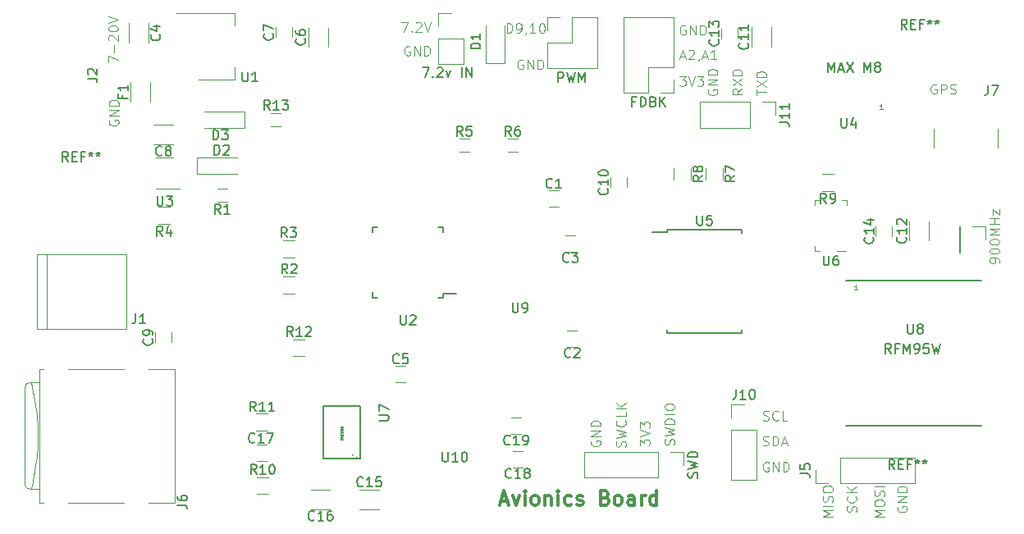
<source format=gto>
G04 #@! TF.FileFunction,Legend,Top*
%FSLAX46Y46*%
G04 Gerber Fmt 4.6, Leading zero omitted, Abs format (unit mm)*
G04 Created by KiCad (PCBNEW 4.0.7) date 06/23/18 17:57:27*
%MOMM*%
%LPD*%
G01*
G04 APERTURE LIST*
%ADD10C,0.100000*%
%ADD11C,0.300000*%
%ADD12C,0.120000*%
%ADD13C,0.150000*%
%ADD14C,0.125000*%
%ADD15C,0.031750*%
%ADD16C,0.050000*%
G04 APERTURE END LIST*
D10*
D11*
X108641571Y-101659500D02*
X109355857Y-101659500D01*
X108498714Y-102088071D02*
X108998714Y-100588071D01*
X109498714Y-102088071D01*
X109855857Y-101088071D02*
X110213000Y-102088071D01*
X110570142Y-101088071D01*
X111141571Y-102088071D02*
X111141571Y-101088071D01*
X111141571Y-100588071D02*
X111070142Y-100659500D01*
X111141571Y-100730929D01*
X111212999Y-100659500D01*
X111141571Y-100588071D01*
X111141571Y-100730929D01*
X112070143Y-102088071D02*
X111927285Y-102016643D01*
X111855857Y-101945214D01*
X111784428Y-101802357D01*
X111784428Y-101373786D01*
X111855857Y-101230929D01*
X111927285Y-101159500D01*
X112070143Y-101088071D01*
X112284428Y-101088071D01*
X112427285Y-101159500D01*
X112498714Y-101230929D01*
X112570143Y-101373786D01*
X112570143Y-101802357D01*
X112498714Y-101945214D01*
X112427285Y-102016643D01*
X112284428Y-102088071D01*
X112070143Y-102088071D01*
X113213000Y-101088071D02*
X113213000Y-102088071D01*
X113213000Y-101230929D02*
X113284428Y-101159500D01*
X113427286Y-101088071D01*
X113641571Y-101088071D01*
X113784428Y-101159500D01*
X113855857Y-101302357D01*
X113855857Y-102088071D01*
X114570143Y-102088071D02*
X114570143Y-101088071D01*
X114570143Y-100588071D02*
X114498714Y-100659500D01*
X114570143Y-100730929D01*
X114641571Y-100659500D01*
X114570143Y-100588071D01*
X114570143Y-100730929D01*
X115927286Y-102016643D02*
X115784429Y-102088071D01*
X115498715Y-102088071D01*
X115355857Y-102016643D01*
X115284429Y-101945214D01*
X115213000Y-101802357D01*
X115213000Y-101373786D01*
X115284429Y-101230929D01*
X115355857Y-101159500D01*
X115498715Y-101088071D01*
X115784429Y-101088071D01*
X115927286Y-101159500D01*
X116498714Y-102016643D02*
X116641571Y-102088071D01*
X116927286Y-102088071D01*
X117070143Y-102016643D01*
X117141571Y-101873786D01*
X117141571Y-101802357D01*
X117070143Y-101659500D01*
X116927286Y-101588071D01*
X116713000Y-101588071D01*
X116570143Y-101516643D01*
X116498714Y-101373786D01*
X116498714Y-101302357D01*
X116570143Y-101159500D01*
X116713000Y-101088071D01*
X116927286Y-101088071D01*
X117070143Y-101159500D01*
X119427286Y-101302357D02*
X119641572Y-101373786D01*
X119713000Y-101445214D01*
X119784429Y-101588071D01*
X119784429Y-101802357D01*
X119713000Y-101945214D01*
X119641572Y-102016643D01*
X119498714Y-102088071D01*
X118927286Y-102088071D01*
X118927286Y-100588071D01*
X119427286Y-100588071D01*
X119570143Y-100659500D01*
X119641572Y-100730929D01*
X119713000Y-100873786D01*
X119713000Y-101016643D01*
X119641572Y-101159500D01*
X119570143Y-101230929D01*
X119427286Y-101302357D01*
X118927286Y-101302357D01*
X120641572Y-102088071D02*
X120498714Y-102016643D01*
X120427286Y-101945214D01*
X120355857Y-101802357D01*
X120355857Y-101373786D01*
X120427286Y-101230929D01*
X120498714Y-101159500D01*
X120641572Y-101088071D01*
X120855857Y-101088071D01*
X120998714Y-101159500D01*
X121070143Y-101230929D01*
X121141572Y-101373786D01*
X121141572Y-101802357D01*
X121070143Y-101945214D01*
X120998714Y-102016643D01*
X120855857Y-102088071D01*
X120641572Y-102088071D01*
X122427286Y-102088071D02*
X122427286Y-101302357D01*
X122355857Y-101159500D01*
X122213000Y-101088071D01*
X121927286Y-101088071D01*
X121784429Y-101159500D01*
X122427286Y-102016643D02*
X122284429Y-102088071D01*
X121927286Y-102088071D01*
X121784429Y-102016643D01*
X121713000Y-101873786D01*
X121713000Y-101730929D01*
X121784429Y-101588071D01*
X121927286Y-101516643D01*
X122284429Y-101516643D01*
X122427286Y-101445214D01*
X123141572Y-102088071D02*
X123141572Y-101088071D01*
X123141572Y-101373786D02*
X123213000Y-101230929D01*
X123284429Y-101159500D01*
X123427286Y-101088071D01*
X123570143Y-101088071D01*
X124713000Y-102088071D02*
X124713000Y-100588071D01*
X124713000Y-102016643D02*
X124570143Y-102088071D01*
X124284429Y-102088071D01*
X124141571Y-102016643D01*
X124070143Y-101945214D01*
X123998714Y-101802357D01*
X123998714Y-101373786D01*
X124070143Y-101230929D01*
X124141571Y-101159500D01*
X124284429Y-101088071D01*
X124570143Y-101088071D01*
X124713000Y-101159500D01*
D10*
X98409310Y-52220881D02*
X99075977Y-52220881D01*
X98647405Y-53220881D01*
X99456929Y-53125643D02*
X99504548Y-53173262D01*
X99456929Y-53220881D01*
X99409310Y-53173262D01*
X99456929Y-53125643D01*
X99456929Y-53220881D01*
X99885500Y-52316119D02*
X99933119Y-52268500D01*
X100028357Y-52220881D01*
X100266453Y-52220881D01*
X100361691Y-52268500D01*
X100409310Y-52316119D01*
X100456929Y-52411357D01*
X100456929Y-52506595D01*
X100409310Y-52649452D01*
X99837881Y-53220881D01*
X100456929Y-53220881D01*
X100742643Y-52220881D02*
X101075976Y-53220881D01*
X101409310Y-52220881D01*
X153590715Y-58682000D02*
X153495477Y-58634381D01*
X153352620Y-58634381D01*
X153209762Y-58682000D01*
X153114524Y-58777238D01*
X153066905Y-58872476D01*
X153019286Y-59062952D01*
X153019286Y-59205810D01*
X153066905Y-59396286D01*
X153114524Y-59491524D01*
X153209762Y-59586762D01*
X153352620Y-59634381D01*
X153447858Y-59634381D01*
X153590715Y-59586762D01*
X153638334Y-59539143D01*
X153638334Y-59205810D01*
X153447858Y-59205810D01*
X154066905Y-59634381D02*
X154066905Y-58634381D01*
X154447858Y-58634381D01*
X154543096Y-58682000D01*
X154590715Y-58729619D01*
X154638334Y-58824857D01*
X154638334Y-58967714D01*
X154590715Y-59062952D01*
X154543096Y-59110571D01*
X154447858Y-59158190D01*
X154066905Y-59158190D01*
X155019286Y-59586762D02*
X155162143Y-59634381D01*
X155400239Y-59634381D01*
X155495477Y-59586762D01*
X155543096Y-59539143D01*
X155590715Y-59443905D01*
X155590715Y-59348667D01*
X155543096Y-59253429D01*
X155495477Y-59205810D01*
X155400239Y-59158190D01*
X155209762Y-59110571D01*
X155114524Y-59062952D01*
X155066905Y-59015333D01*
X155019286Y-58920095D01*
X155019286Y-58824857D01*
X155066905Y-58729619D01*
X155114524Y-58682000D01*
X155209762Y-58634381D01*
X155447858Y-58634381D01*
X155590715Y-58682000D01*
X160091381Y-77001357D02*
X160091381Y-76810881D01*
X160043762Y-76715642D01*
X159996143Y-76668023D01*
X159853286Y-76572785D01*
X159662810Y-76525166D01*
X159281857Y-76525166D01*
X159186619Y-76572785D01*
X159139000Y-76620404D01*
X159091381Y-76715642D01*
X159091381Y-76906119D01*
X159139000Y-77001357D01*
X159186619Y-77048976D01*
X159281857Y-77096595D01*
X159519952Y-77096595D01*
X159615190Y-77048976D01*
X159662810Y-77001357D01*
X159710429Y-76906119D01*
X159710429Y-76715642D01*
X159662810Y-76620404D01*
X159615190Y-76572785D01*
X159519952Y-76525166D01*
X159091381Y-75906119D02*
X159091381Y-75810880D01*
X159139000Y-75715642D01*
X159186619Y-75668023D01*
X159281857Y-75620404D01*
X159472333Y-75572785D01*
X159710429Y-75572785D01*
X159900905Y-75620404D01*
X159996143Y-75668023D01*
X160043762Y-75715642D01*
X160091381Y-75810880D01*
X160091381Y-75906119D01*
X160043762Y-76001357D01*
X159996143Y-76048976D01*
X159900905Y-76096595D01*
X159710429Y-76144214D01*
X159472333Y-76144214D01*
X159281857Y-76096595D01*
X159186619Y-76048976D01*
X159139000Y-76001357D01*
X159091381Y-75906119D01*
X159091381Y-74953738D02*
X159091381Y-74858499D01*
X159139000Y-74763261D01*
X159186619Y-74715642D01*
X159281857Y-74668023D01*
X159472333Y-74620404D01*
X159710429Y-74620404D01*
X159900905Y-74668023D01*
X159996143Y-74715642D01*
X160043762Y-74763261D01*
X160091381Y-74858499D01*
X160091381Y-74953738D01*
X160043762Y-75048976D01*
X159996143Y-75096595D01*
X159900905Y-75144214D01*
X159710429Y-75191833D01*
X159472333Y-75191833D01*
X159281857Y-75144214D01*
X159186619Y-75096595D01*
X159139000Y-75048976D01*
X159091381Y-74953738D01*
X160091381Y-74191833D02*
X159091381Y-74191833D01*
X159805667Y-73858499D01*
X159091381Y-73525166D01*
X160091381Y-73525166D01*
X160091381Y-73048976D02*
X159091381Y-73048976D01*
X159567571Y-73048976D02*
X159567571Y-72477547D01*
X160091381Y-72477547D02*
X159091381Y-72477547D01*
X159424714Y-72096595D02*
X159424714Y-71572785D01*
X160091381Y-72096595D01*
X160091381Y-71572785D01*
X68270500Y-62356904D02*
X68222881Y-62452142D01*
X68222881Y-62594999D01*
X68270500Y-62737857D01*
X68365738Y-62833095D01*
X68460976Y-62880714D01*
X68651452Y-62928333D01*
X68794310Y-62928333D01*
X68984786Y-62880714D01*
X69080024Y-62833095D01*
X69175262Y-62737857D01*
X69222881Y-62594999D01*
X69222881Y-62499761D01*
X69175262Y-62356904D01*
X69127643Y-62309285D01*
X68794310Y-62309285D01*
X68794310Y-62499761D01*
X69222881Y-61880714D02*
X68222881Y-61880714D01*
X69222881Y-61309285D01*
X68222881Y-61309285D01*
X69222881Y-60833095D02*
X68222881Y-60833095D01*
X68222881Y-60595000D01*
X68270500Y-60452142D01*
X68365738Y-60356904D01*
X68460976Y-60309285D01*
X68651452Y-60261666D01*
X68794310Y-60261666D01*
X68984786Y-60309285D01*
X69080024Y-60356904D01*
X69175262Y-60452142D01*
X69222881Y-60595000D01*
X69222881Y-60833095D01*
X68159381Y-56371833D02*
X68159381Y-55705166D01*
X69159381Y-56133738D01*
X68778429Y-55324214D02*
X68778429Y-54562309D01*
X68254619Y-54133738D02*
X68207000Y-54086119D01*
X68159381Y-53990881D01*
X68159381Y-53752785D01*
X68207000Y-53657547D01*
X68254619Y-53609928D01*
X68349857Y-53562309D01*
X68445095Y-53562309D01*
X68587952Y-53609928D01*
X69159381Y-54181357D01*
X69159381Y-53562309D01*
X68159381Y-52943262D02*
X68159381Y-52848023D01*
X68207000Y-52752785D01*
X68254619Y-52705166D01*
X68349857Y-52657547D01*
X68540333Y-52609928D01*
X68778429Y-52609928D01*
X68968905Y-52657547D01*
X69064143Y-52705166D01*
X69111762Y-52752785D01*
X69159381Y-52848023D01*
X69159381Y-52943262D01*
X69111762Y-53038500D01*
X69064143Y-53086119D01*
X68968905Y-53133738D01*
X68778429Y-53181357D01*
X68540333Y-53181357D01*
X68349857Y-53133738D01*
X68254619Y-53086119D01*
X68207000Y-53038500D01*
X68159381Y-52943262D01*
X68159381Y-52324214D02*
X69159381Y-51990881D01*
X68159381Y-51657547D01*
X99250596Y-54745000D02*
X99155358Y-54697381D01*
X99012501Y-54697381D01*
X98869643Y-54745000D01*
X98774405Y-54840238D01*
X98726786Y-54935476D01*
X98679167Y-55125952D01*
X98679167Y-55268810D01*
X98726786Y-55459286D01*
X98774405Y-55554524D01*
X98869643Y-55649762D01*
X99012501Y-55697381D01*
X99107739Y-55697381D01*
X99250596Y-55649762D01*
X99298215Y-55602143D01*
X99298215Y-55268810D01*
X99107739Y-55268810D01*
X99726786Y-55697381D02*
X99726786Y-54697381D01*
X100298215Y-55697381D01*
X100298215Y-54697381D01*
X100774405Y-55697381D02*
X100774405Y-54697381D01*
X101012500Y-54697381D01*
X101155358Y-54745000D01*
X101250596Y-54840238D01*
X101298215Y-54935476D01*
X101345834Y-55125952D01*
X101345834Y-55268810D01*
X101298215Y-55459286D01*
X101250596Y-55554524D01*
X101155358Y-55649762D01*
X101012500Y-55697381D01*
X100774405Y-55697381D01*
X109259929Y-53347881D02*
X109259929Y-52347881D01*
X109498024Y-52347881D01*
X109640882Y-52395500D01*
X109736120Y-52490738D01*
X109783739Y-52585976D01*
X109831358Y-52776452D01*
X109831358Y-52919310D01*
X109783739Y-53109786D01*
X109736120Y-53205024D01*
X109640882Y-53300262D01*
X109498024Y-53347881D01*
X109259929Y-53347881D01*
X110307548Y-53347881D02*
X110498024Y-53347881D01*
X110593263Y-53300262D01*
X110640882Y-53252643D01*
X110736120Y-53109786D01*
X110783739Y-52919310D01*
X110783739Y-52538357D01*
X110736120Y-52443119D01*
X110688501Y-52395500D01*
X110593263Y-52347881D01*
X110402786Y-52347881D01*
X110307548Y-52395500D01*
X110259929Y-52443119D01*
X110212310Y-52538357D01*
X110212310Y-52776452D01*
X110259929Y-52871690D01*
X110307548Y-52919310D01*
X110402786Y-52966929D01*
X110593263Y-52966929D01*
X110688501Y-52919310D01*
X110736120Y-52871690D01*
X110783739Y-52776452D01*
X111259929Y-53300262D02*
X111259929Y-53347881D01*
X111212310Y-53443119D01*
X111164691Y-53490738D01*
X112212310Y-53347881D02*
X111640881Y-53347881D01*
X111926595Y-53347881D02*
X111926595Y-52347881D01*
X111831357Y-52490738D01*
X111736119Y-52585976D01*
X111640881Y-52633595D01*
X112831357Y-52347881D02*
X112926596Y-52347881D01*
X113021834Y-52395500D01*
X113069453Y-52443119D01*
X113117072Y-52538357D01*
X113164691Y-52728833D01*
X113164691Y-52966929D01*
X113117072Y-53157405D01*
X113069453Y-53252643D01*
X113021834Y-53300262D01*
X112926596Y-53347881D01*
X112831357Y-53347881D01*
X112736119Y-53300262D01*
X112688500Y-53252643D01*
X112640881Y-53157405D01*
X112593262Y-52966929D01*
X112593262Y-52728833D01*
X112640881Y-52538357D01*
X112688500Y-52443119D01*
X112736119Y-52395500D01*
X112831357Y-52347881D01*
X110934596Y-56142000D02*
X110839358Y-56094381D01*
X110696501Y-56094381D01*
X110553643Y-56142000D01*
X110458405Y-56237238D01*
X110410786Y-56332476D01*
X110363167Y-56522952D01*
X110363167Y-56665810D01*
X110410786Y-56856286D01*
X110458405Y-56951524D01*
X110553643Y-57046762D01*
X110696501Y-57094381D01*
X110791739Y-57094381D01*
X110934596Y-57046762D01*
X110982215Y-56999143D01*
X110982215Y-56665810D01*
X110791739Y-56665810D01*
X111410786Y-57094381D02*
X111410786Y-56094381D01*
X111982215Y-57094381D01*
X111982215Y-56094381D01*
X112458405Y-57094381D02*
X112458405Y-56094381D01*
X112696500Y-56094381D01*
X112839358Y-56142000D01*
X112934596Y-56237238D01*
X112982215Y-56332476D01*
X113029834Y-56522952D01*
X113029834Y-56665810D01*
X112982215Y-56856286D01*
X112934596Y-56951524D01*
X112839358Y-57046762D01*
X112696500Y-57094381D01*
X112458405Y-57094381D01*
X135024881Y-59745405D02*
X135024881Y-59173976D01*
X136024881Y-59459691D02*
X135024881Y-59459691D01*
X135024881Y-58935881D02*
X136024881Y-58269214D01*
X135024881Y-58269214D02*
X136024881Y-58935881D01*
X136024881Y-57888262D02*
X135024881Y-57888262D01*
X135024881Y-57650167D01*
X135072500Y-57507309D01*
X135167738Y-57412071D01*
X135262976Y-57364452D01*
X135453452Y-57316833D01*
X135596310Y-57316833D01*
X135786786Y-57364452D01*
X135882024Y-57412071D01*
X135977262Y-57507309D01*
X136024881Y-57650167D01*
X136024881Y-57888262D01*
X133548381Y-59086666D02*
X133072190Y-59420000D01*
X133548381Y-59658095D02*
X132548381Y-59658095D01*
X132548381Y-59277142D01*
X132596000Y-59181904D01*
X132643619Y-59134285D01*
X132738857Y-59086666D01*
X132881714Y-59086666D01*
X132976952Y-59134285D01*
X133024571Y-59181904D01*
X133072190Y-59277142D01*
X133072190Y-59658095D01*
X132548381Y-58753333D02*
X133548381Y-58086666D01*
X132548381Y-58086666D02*
X133548381Y-58753333D01*
X133548381Y-57705714D02*
X132548381Y-57705714D01*
X132548381Y-57467619D01*
X132596000Y-57324761D01*
X132691238Y-57229523D01*
X132786476Y-57181904D01*
X132976952Y-57134285D01*
X133119810Y-57134285D01*
X133310286Y-57181904D01*
X133405524Y-57229523D01*
X133500762Y-57324761D01*
X133548381Y-57467619D01*
X133548381Y-57705714D01*
X130056000Y-59181904D02*
X130008381Y-59277142D01*
X130008381Y-59419999D01*
X130056000Y-59562857D01*
X130151238Y-59658095D01*
X130246476Y-59705714D01*
X130436952Y-59753333D01*
X130579810Y-59753333D01*
X130770286Y-59705714D01*
X130865524Y-59658095D01*
X130960762Y-59562857D01*
X131008381Y-59419999D01*
X131008381Y-59324761D01*
X130960762Y-59181904D01*
X130913143Y-59134285D01*
X130579810Y-59134285D01*
X130579810Y-59324761D01*
X131008381Y-58705714D02*
X130008381Y-58705714D01*
X131008381Y-58134285D01*
X130008381Y-58134285D01*
X131008381Y-57658095D02*
X130008381Y-57658095D01*
X130008381Y-57420000D01*
X130056000Y-57277142D01*
X130151238Y-57181904D01*
X130246476Y-57134285D01*
X130436952Y-57086666D01*
X130579810Y-57086666D01*
X130770286Y-57134285D01*
X130865524Y-57181904D01*
X130960762Y-57277142D01*
X131008381Y-57420000D01*
X131008381Y-57658095D01*
X127095405Y-57808881D02*
X127714453Y-57808881D01*
X127381119Y-58189833D01*
X127523977Y-58189833D01*
X127619215Y-58237452D01*
X127666834Y-58285071D01*
X127714453Y-58380310D01*
X127714453Y-58618405D01*
X127666834Y-58713643D01*
X127619215Y-58761262D01*
X127523977Y-58808881D01*
X127238262Y-58808881D01*
X127143024Y-58761262D01*
X127095405Y-58713643D01*
X128000167Y-57808881D02*
X128333500Y-58808881D01*
X128666834Y-57808881D01*
X128904929Y-57808881D02*
X129523977Y-57808881D01*
X129190643Y-58189833D01*
X129333501Y-58189833D01*
X129428739Y-58237452D01*
X129476358Y-58285071D01*
X129523977Y-58380310D01*
X129523977Y-58618405D01*
X129476358Y-58713643D01*
X129428739Y-58761262D01*
X129333501Y-58808881D01*
X129047786Y-58808881D01*
X128952548Y-58761262D01*
X128904929Y-58713643D01*
X127174857Y-55792667D02*
X127651048Y-55792667D01*
X127079619Y-56078381D02*
X127412952Y-55078381D01*
X127746286Y-56078381D01*
X128032000Y-55173619D02*
X128079619Y-55126000D01*
X128174857Y-55078381D01*
X128412953Y-55078381D01*
X128508191Y-55126000D01*
X128555810Y-55173619D01*
X128603429Y-55268857D01*
X128603429Y-55364095D01*
X128555810Y-55506952D01*
X127984381Y-56078381D01*
X128603429Y-56078381D01*
X129079619Y-56030762D02*
X129079619Y-56078381D01*
X129032000Y-56173619D01*
X128984381Y-56221238D01*
X129460571Y-55792667D02*
X129936762Y-55792667D01*
X129365333Y-56078381D02*
X129698666Y-55078381D01*
X130032000Y-56078381D01*
X130889143Y-56078381D02*
X130317714Y-56078381D01*
X130603428Y-56078381D02*
X130603428Y-55078381D01*
X130508190Y-55221238D01*
X130412952Y-55316476D01*
X130317714Y-55364095D01*
X127698596Y-52586000D02*
X127603358Y-52538381D01*
X127460501Y-52538381D01*
X127317643Y-52586000D01*
X127222405Y-52681238D01*
X127174786Y-52776476D01*
X127127167Y-52966952D01*
X127127167Y-53109810D01*
X127174786Y-53300286D01*
X127222405Y-53395524D01*
X127317643Y-53490762D01*
X127460501Y-53538381D01*
X127555739Y-53538381D01*
X127698596Y-53490762D01*
X127746215Y-53443143D01*
X127746215Y-53109810D01*
X127555739Y-53109810D01*
X128174786Y-53538381D02*
X128174786Y-52538381D01*
X128746215Y-53538381D01*
X128746215Y-52538381D01*
X129222405Y-53538381D02*
X129222405Y-52538381D01*
X129460500Y-52538381D01*
X129603358Y-52586000D01*
X129698596Y-52681238D01*
X129746215Y-52776476D01*
X129793834Y-52966952D01*
X129793834Y-53109810D01*
X129746215Y-53300286D01*
X129698596Y-53395524D01*
X129603358Y-53490762D01*
X129460500Y-53538381D01*
X129222405Y-53538381D01*
X149614000Y-102234904D02*
X149566381Y-102330142D01*
X149566381Y-102472999D01*
X149614000Y-102615857D01*
X149709238Y-102711095D01*
X149804476Y-102758714D01*
X149994952Y-102806333D01*
X150137810Y-102806333D01*
X150328286Y-102758714D01*
X150423524Y-102711095D01*
X150518762Y-102615857D01*
X150566381Y-102472999D01*
X150566381Y-102377761D01*
X150518762Y-102234904D01*
X150471143Y-102187285D01*
X150137810Y-102187285D01*
X150137810Y-102377761D01*
X150566381Y-101758714D02*
X149566381Y-101758714D01*
X150566381Y-101187285D01*
X149566381Y-101187285D01*
X150566381Y-100711095D02*
X149566381Y-100711095D01*
X149566381Y-100473000D01*
X149614000Y-100330142D01*
X149709238Y-100234904D01*
X149804476Y-100187285D01*
X149994952Y-100139666D01*
X150137810Y-100139666D01*
X150328286Y-100187285D01*
X150423524Y-100234904D01*
X150518762Y-100330142D01*
X150566381Y-100473000D01*
X150566381Y-100711095D01*
X148216881Y-103298428D02*
X147216881Y-103298428D01*
X147931167Y-102965094D01*
X147216881Y-102631761D01*
X148216881Y-102631761D01*
X147216881Y-101965095D02*
X147216881Y-101774618D01*
X147264500Y-101679380D01*
X147359738Y-101584142D01*
X147550214Y-101536523D01*
X147883548Y-101536523D01*
X148074024Y-101584142D01*
X148169262Y-101679380D01*
X148216881Y-101774618D01*
X148216881Y-101965095D01*
X148169262Y-102060333D01*
X148074024Y-102155571D01*
X147883548Y-102203190D01*
X147550214Y-102203190D01*
X147359738Y-102155571D01*
X147264500Y-102060333D01*
X147216881Y-101965095D01*
X148169262Y-101155571D02*
X148216881Y-101012714D01*
X148216881Y-100774618D01*
X148169262Y-100679380D01*
X148121643Y-100631761D01*
X148026405Y-100584142D01*
X147931167Y-100584142D01*
X147835929Y-100631761D01*
X147788310Y-100679380D01*
X147740690Y-100774618D01*
X147693071Y-100965095D01*
X147645452Y-101060333D01*
X147597833Y-101107952D01*
X147502595Y-101155571D01*
X147407357Y-101155571D01*
X147312119Y-101107952D01*
X147264500Y-101060333D01*
X147216881Y-100965095D01*
X147216881Y-100726999D01*
X147264500Y-100584142D01*
X148216881Y-100155571D02*
X147216881Y-100155571D01*
X145311762Y-102758714D02*
X145359381Y-102615857D01*
X145359381Y-102377761D01*
X145311762Y-102282523D01*
X145264143Y-102234904D01*
X145168905Y-102187285D01*
X145073667Y-102187285D01*
X144978429Y-102234904D01*
X144930810Y-102282523D01*
X144883190Y-102377761D01*
X144835571Y-102568238D01*
X144787952Y-102663476D01*
X144740333Y-102711095D01*
X144645095Y-102758714D01*
X144549857Y-102758714D01*
X144454619Y-102711095D01*
X144407000Y-102663476D01*
X144359381Y-102568238D01*
X144359381Y-102330142D01*
X144407000Y-102187285D01*
X145264143Y-101187285D02*
X145311762Y-101234904D01*
X145359381Y-101377761D01*
X145359381Y-101472999D01*
X145311762Y-101615857D01*
X145216524Y-101711095D01*
X145121286Y-101758714D01*
X144930810Y-101806333D01*
X144787952Y-101806333D01*
X144597476Y-101758714D01*
X144502238Y-101711095D01*
X144407000Y-101615857D01*
X144359381Y-101472999D01*
X144359381Y-101377761D01*
X144407000Y-101234904D01*
X144454619Y-101187285D01*
X145359381Y-100758714D02*
X144359381Y-100758714D01*
X145359381Y-100187285D02*
X144787952Y-100615857D01*
X144359381Y-100187285D02*
X144930810Y-100758714D01*
X142882881Y-103298428D02*
X141882881Y-103298428D01*
X142597167Y-102965094D01*
X141882881Y-102631761D01*
X142882881Y-102631761D01*
X142882881Y-102155571D02*
X141882881Y-102155571D01*
X142835262Y-101727000D02*
X142882881Y-101584143D01*
X142882881Y-101346047D01*
X142835262Y-101250809D01*
X142787643Y-101203190D01*
X142692405Y-101155571D01*
X142597167Y-101155571D01*
X142501929Y-101203190D01*
X142454310Y-101250809D01*
X142406690Y-101346047D01*
X142359071Y-101536524D01*
X142311452Y-101631762D01*
X142263833Y-101679381D01*
X142168595Y-101727000D01*
X142073357Y-101727000D01*
X141978119Y-101679381D01*
X141930500Y-101631762D01*
X141882881Y-101536524D01*
X141882881Y-101298428D01*
X141930500Y-101155571D01*
X141882881Y-100536524D02*
X141882881Y-100346047D01*
X141930500Y-100250809D01*
X142025738Y-100155571D01*
X142216214Y-100107952D01*
X142549548Y-100107952D01*
X142740024Y-100155571D01*
X142835262Y-100250809D01*
X142882881Y-100346047D01*
X142882881Y-100536524D01*
X142835262Y-100631762D01*
X142740024Y-100727000D01*
X142549548Y-100774619D01*
X142216214Y-100774619D01*
X142025738Y-100727000D01*
X141930500Y-100631762D01*
X141882881Y-100536524D01*
X136271096Y-97671000D02*
X136175858Y-97623381D01*
X136033001Y-97623381D01*
X135890143Y-97671000D01*
X135794905Y-97766238D01*
X135747286Y-97861476D01*
X135699667Y-98051952D01*
X135699667Y-98194810D01*
X135747286Y-98385286D01*
X135794905Y-98480524D01*
X135890143Y-98575762D01*
X136033001Y-98623381D01*
X136128239Y-98623381D01*
X136271096Y-98575762D01*
X136318715Y-98528143D01*
X136318715Y-98194810D01*
X136128239Y-98194810D01*
X136747286Y-98623381D02*
X136747286Y-97623381D01*
X137318715Y-98623381D01*
X137318715Y-97623381D01*
X137794905Y-98623381D02*
X137794905Y-97623381D01*
X138033000Y-97623381D01*
X138175858Y-97671000D01*
X138271096Y-97766238D01*
X138318715Y-97861476D01*
X138366334Y-98051952D01*
X138366334Y-98194810D01*
X138318715Y-98385286D01*
X138271096Y-98480524D01*
X138175858Y-98575762D01*
X138033000Y-98623381D01*
X137794905Y-98623381D01*
X135691714Y-95908762D02*
X135834571Y-95956381D01*
X136072667Y-95956381D01*
X136167905Y-95908762D01*
X136215524Y-95861143D01*
X136263143Y-95765905D01*
X136263143Y-95670667D01*
X136215524Y-95575429D01*
X136167905Y-95527810D01*
X136072667Y-95480190D01*
X135882190Y-95432571D01*
X135786952Y-95384952D01*
X135739333Y-95337333D01*
X135691714Y-95242095D01*
X135691714Y-95146857D01*
X135739333Y-95051619D01*
X135786952Y-95004000D01*
X135882190Y-94956381D01*
X136120286Y-94956381D01*
X136263143Y-95004000D01*
X136691714Y-95956381D02*
X136691714Y-94956381D01*
X136929809Y-94956381D01*
X137072667Y-95004000D01*
X137167905Y-95099238D01*
X137215524Y-95194476D01*
X137263143Y-95384952D01*
X137263143Y-95527810D01*
X137215524Y-95718286D01*
X137167905Y-95813524D01*
X137072667Y-95908762D01*
X136929809Y-95956381D01*
X136691714Y-95956381D01*
X137644095Y-95670667D02*
X138120286Y-95670667D01*
X137548857Y-95956381D02*
X137882190Y-94956381D01*
X138215524Y-95956381D01*
X135715524Y-93305262D02*
X135858381Y-93352881D01*
X136096477Y-93352881D01*
X136191715Y-93305262D01*
X136239334Y-93257643D01*
X136286953Y-93162405D01*
X136286953Y-93067167D01*
X136239334Y-92971929D01*
X136191715Y-92924310D01*
X136096477Y-92876690D01*
X135906000Y-92829071D01*
X135810762Y-92781452D01*
X135763143Y-92733833D01*
X135715524Y-92638595D01*
X135715524Y-92543357D01*
X135763143Y-92448119D01*
X135810762Y-92400500D01*
X135906000Y-92352881D01*
X136144096Y-92352881D01*
X136286953Y-92400500D01*
X137286953Y-93257643D02*
X137239334Y-93305262D01*
X137096477Y-93352881D01*
X137001239Y-93352881D01*
X136858381Y-93305262D01*
X136763143Y-93210024D01*
X136715524Y-93114786D01*
X136667905Y-92924310D01*
X136667905Y-92781452D01*
X136715524Y-92590976D01*
X136763143Y-92495738D01*
X136858381Y-92400500D01*
X137001239Y-92352881D01*
X137096477Y-92352881D01*
X137239334Y-92400500D01*
X137286953Y-92448119D01*
X138191715Y-93352881D02*
X137715524Y-93352881D01*
X137715524Y-92352881D01*
X117991000Y-95440404D02*
X117943381Y-95535642D01*
X117943381Y-95678499D01*
X117991000Y-95821357D01*
X118086238Y-95916595D01*
X118181476Y-95964214D01*
X118371952Y-96011833D01*
X118514810Y-96011833D01*
X118705286Y-95964214D01*
X118800524Y-95916595D01*
X118895762Y-95821357D01*
X118943381Y-95678499D01*
X118943381Y-95583261D01*
X118895762Y-95440404D01*
X118848143Y-95392785D01*
X118514810Y-95392785D01*
X118514810Y-95583261D01*
X118943381Y-94964214D02*
X117943381Y-94964214D01*
X118943381Y-94392785D01*
X117943381Y-94392785D01*
X118943381Y-93916595D02*
X117943381Y-93916595D01*
X117943381Y-93678500D01*
X117991000Y-93535642D01*
X118086238Y-93440404D01*
X118181476Y-93392785D01*
X118371952Y-93345166D01*
X118514810Y-93345166D01*
X118705286Y-93392785D01*
X118800524Y-93440404D01*
X118895762Y-93535642D01*
X118943381Y-93678500D01*
X118943381Y-93916595D01*
X123023381Y-95916595D02*
X123023381Y-95297547D01*
X123404333Y-95630881D01*
X123404333Y-95488023D01*
X123451952Y-95392785D01*
X123499571Y-95345166D01*
X123594810Y-95297547D01*
X123832905Y-95297547D01*
X123928143Y-95345166D01*
X123975762Y-95392785D01*
X124023381Y-95488023D01*
X124023381Y-95773738D01*
X123975762Y-95868976D01*
X123928143Y-95916595D01*
X123023381Y-95011833D02*
X124023381Y-94678500D01*
X123023381Y-94345166D01*
X123023381Y-94107071D02*
X123023381Y-93488023D01*
X123404333Y-93821357D01*
X123404333Y-93678499D01*
X123451952Y-93583261D01*
X123499571Y-93535642D01*
X123594810Y-93488023D01*
X123832905Y-93488023D01*
X123928143Y-93535642D01*
X123975762Y-93583261D01*
X124023381Y-93678499D01*
X124023381Y-93964214D01*
X123975762Y-94059452D01*
X123928143Y-94107071D01*
X126515762Y-95845047D02*
X126563381Y-95702190D01*
X126563381Y-95464094D01*
X126515762Y-95368856D01*
X126468143Y-95321237D01*
X126372905Y-95273618D01*
X126277667Y-95273618D01*
X126182429Y-95321237D01*
X126134810Y-95368856D01*
X126087190Y-95464094D01*
X126039571Y-95654571D01*
X125991952Y-95749809D01*
X125944333Y-95797428D01*
X125849095Y-95845047D01*
X125753857Y-95845047D01*
X125658619Y-95797428D01*
X125611000Y-95749809D01*
X125563381Y-95654571D01*
X125563381Y-95416475D01*
X125611000Y-95273618D01*
X125563381Y-94940285D02*
X126563381Y-94702190D01*
X125849095Y-94511713D01*
X126563381Y-94321237D01*
X125563381Y-94083142D01*
X126563381Y-93702190D02*
X125563381Y-93702190D01*
X125563381Y-93464095D01*
X125611000Y-93321237D01*
X125706238Y-93225999D01*
X125801476Y-93178380D01*
X125991952Y-93130761D01*
X126134810Y-93130761D01*
X126325286Y-93178380D01*
X126420524Y-93225999D01*
X126515762Y-93321237D01*
X126563381Y-93464095D01*
X126563381Y-93702190D01*
X126563381Y-92702190D02*
X125563381Y-92702190D01*
X125563381Y-92035524D02*
X125563381Y-91845047D01*
X125611000Y-91749809D01*
X125706238Y-91654571D01*
X125896714Y-91606952D01*
X126230048Y-91606952D01*
X126420524Y-91654571D01*
X126515762Y-91749809D01*
X126563381Y-91845047D01*
X126563381Y-92035524D01*
X126515762Y-92130762D01*
X126420524Y-92226000D01*
X126230048Y-92273619D01*
X125896714Y-92273619D01*
X125706238Y-92226000D01*
X125611000Y-92130762D01*
X125563381Y-92035524D01*
X121499262Y-96051405D02*
X121546881Y-95908548D01*
X121546881Y-95670452D01*
X121499262Y-95575214D01*
X121451643Y-95527595D01*
X121356405Y-95479976D01*
X121261167Y-95479976D01*
X121165929Y-95527595D01*
X121118310Y-95575214D01*
X121070690Y-95670452D01*
X121023071Y-95860929D01*
X120975452Y-95956167D01*
X120927833Y-96003786D01*
X120832595Y-96051405D01*
X120737357Y-96051405D01*
X120642119Y-96003786D01*
X120594500Y-95956167D01*
X120546881Y-95860929D01*
X120546881Y-95622833D01*
X120594500Y-95479976D01*
X120546881Y-95146643D02*
X121546881Y-94908548D01*
X120832595Y-94718071D01*
X121546881Y-94527595D01*
X120546881Y-94289500D01*
X121451643Y-93337119D02*
X121499262Y-93384738D01*
X121546881Y-93527595D01*
X121546881Y-93622833D01*
X121499262Y-93765691D01*
X121404024Y-93860929D01*
X121308786Y-93908548D01*
X121118310Y-93956167D01*
X120975452Y-93956167D01*
X120784976Y-93908548D01*
X120689738Y-93860929D01*
X120594500Y-93765691D01*
X120546881Y-93622833D01*
X120546881Y-93527595D01*
X120594500Y-93384738D01*
X120642119Y-93337119D01*
X121546881Y-92432357D02*
X121546881Y-92908548D01*
X120546881Y-92908548D01*
X121546881Y-92099024D02*
X120546881Y-92099024D01*
X121546881Y-91527595D02*
X120975452Y-91956167D01*
X120546881Y-91527595D02*
X121118310Y-92099024D01*
D12*
X114609500Y-69571500D02*
X113609500Y-69571500D01*
X113609500Y-71271500D02*
X114609500Y-71271500D01*
X115514500Y-85749500D02*
X116514500Y-85749500D01*
X116514500Y-84049500D02*
X115514500Y-84049500D01*
X115324000Y-75907000D02*
X116324000Y-75907000D01*
X116324000Y-74207000D02*
X115324000Y-74207000D01*
X72330500Y-54340000D02*
X72330500Y-52340000D01*
X70290500Y-52340000D02*
X70290500Y-54340000D01*
X98798000Y-87669000D02*
X97798000Y-87669000D01*
X97798000Y-89369000D02*
X98798000Y-89369000D01*
X88769000Y-52784500D02*
X88769000Y-54784500D01*
X90809000Y-54784500D02*
X90809000Y-52784500D01*
X85383000Y-52776500D02*
X85383000Y-53776500D01*
X87083000Y-53776500D02*
X87083000Y-52776500D01*
X72826500Y-64837500D02*
X74826500Y-64837500D01*
X74826500Y-62797500D02*
X72826500Y-62797500D01*
X72937000Y-84272500D02*
X72937000Y-85272500D01*
X74637000Y-85272500D02*
X74637000Y-84272500D01*
X119927000Y-68270500D02*
X119927000Y-69270500D01*
X121627000Y-69270500D02*
X121627000Y-68270500D01*
X134489000Y-52760500D02*
X134489000Y-54760500D01*
X136529000Y-54760500D02*
X136529000Y-52760500D01*
X150776750Y-72779250D02*
X150776750Y-74779250D01*
X152816750Y-74779250D02*
X152816750Y-72779250D01*
X131357000Y-52887500D02*
X131357000Y-53887500D01*
X133057000Y-53887500D02*
X133057000Y-52887500D01*
X147327250Y-73302750D02*
X147327250Y-74302750D01*
X149027250Y-74302750D02*
X149027250Y-73302750D01*
X96059500Y-100453000D02*
X94059500Y-100453000D01*
X94059500Y-102493000D02*
X96059500Y-102493000D01*
X89043000Y-102493000D02*
X91043000Y-102493000D01*
X91043000Y-100453000D02*
X89043000Y-100453000D01*
X83510500Y-97560500D02*
X84510500Y-97560500D01*
X84510500Y-95860500D02*
X83510500Y-95860500D01*
X109863000Y-98195500D02*
X110863000Y-98195500D01*
X110863000Y-96495500D02*
X109863000Y-96495500D01*
X109736000Y-94766500D02*
X110736000Y-94766500D01*
X110736000Y-93066500D02*
X109736000Y-93066500D01*
X107077000Y-56479000D02*
X109077000Y-56479000D01*
X109077000Y-56479000D02*
X109077000Y-52579000D01*
X107077000Y-56479000D02*
X107077000Y-52579000D01*
X77319500Y-66206000D02*
X77319500Y-67906000D01*
X77369500Y-67906000D02*
X81419500Y-67906000D01*
X77369500Y-66206000D02*
X81419500Y-66206000D01*
X82192500Y-63143500D02*
X82192500Y-61443500D01*
X82142500Y-61443500D02*
X78092500Y-61443500D01*
X82142500Y-63143500D02*
X78092500Y-63143500D01*
X70417500Y-58436000D02*
X70417500Y-60436000D01*
X72457500Y-60436000D02*
X72457500Y-58436000D01*
X61790000Y-76223500D02*
X61790000Y-83923500D01*
X60790000Y-76223500D02*
X60790000Y-83923500D01*
X60790000Y-83923500D02*
X69990000Y-83923500D01*
X69990000Y-83923500D02*
X69990000Y-76223500D01*
X69990000Y-76223500D02*
X60790000Y-76223500D01*
X117224500Y-96587000D02*
X117224500Y-99247000D01*
X124904500Y-96587000D02*
X117224500Y-96587000D01*
X124904500Y-99247000D02*
X117224500Y-99247000D01*
X124904500Y-96587000D02*
X124904500Y-99247000D01*
X126174500Y-96587000D02*
X127504500Y-96587000D01*
X127504500Y-96587000D02*
X127504500Y-97917000D01*
X102175000Y-56511500D02*
X104835000Y-56511500D01*
X102175000Y-53911500D02*
X102175000Y-56511500D01*
X104835000Y-53911500D02*
X104835000Y-56511500D01*
X102175000Y-53911500D02*
X104835000Y-53911500D01*
X102175000Y-52641500D02*
X102175000Y-51311500D01*
X102175000Y-51311500D02*
X103505000Y-51311500D01*
X60248500Y-89932500D02*
X60148500Y-89432500D01*
X60548500Y-91232500D02*
X60248500Y-89932500D01*
X60748500Y-92732500D02*
X60548500Y-91232500D01*
X60848500Y-94032500D02*
X60748500Y-92732500D01*
X60848500Y-95832500D02*
X60848500Y-94032500D01*
X60748500Y-97132500D02*
X60848500Y-95832500D01*
X60648500Y-97932500D02*
X60748500Y-97132500D01*
X60348500Y-99632500D02*
X60648500Y-97932500D01*
X60148500Y-100432500D02*
X60348500Y-99632500D01*
X59548500Y-99932500D02*
X59548500Y-89932500D01*
X60048500Y-89432500D02*
G75*
G03X59548500Y-89932500I0J-500000D01*
G01*
X61048500Y-100432500D02*
X60048500Y-100432500D01*
X61048500Y-89432500D02*
X60048500Y-89432500D01*
X61048500Y-101842500D02*
X61048500Y-88022500D01*
X74968500Y-88022500D02*
X74968500Y-101842500D01*
X72268500Y-88022500D02*
X74968500Y-88022500D01*
X59548500Y-99932500D02*
G75*
G03X60048500Y-100432500I500000J0D01*
G01*
X61048500Y-88022500D02*
X61448500Y-88022500D01*
X63968500Y-88022500D02*
X69748500Y-88022500D01*
X72268500Y-101842500D02*
X74968500Y-101842500D01*
X63968500Y-101842500D02*
X69748500Y-101842500D01*
X61048500Y-101842500D02*
X61448500Y-101842500D01*
X153291000Y-63198500D02*
X153291000Y-65198500D01*
X159891000Y-63198500D02*
X159891000Y-65198500D01*
X126488500Y-51756000D02*
X121288500Y-51756000D01*
X126488500Y-56896000D02*
X126488500Y-51756000D01*
X121288500Y-59496000D02*
X121288500Y-51756000D01*
X126488500Y-56896000D02*
X123888500Y-56896000D01*
X123888500Y-56896000D02*
X123888500Y-59496000D01*
X123888500Y-59496000D02*
X121288500Y-59496000D01*
X126488500Y-58166000D02*
X126488500Y-59496000D01*
X126488500Y-59496000D02*
X125158500Y-59496000D01*
X113414500Y-56956000D02*
X118614500Y-56956000D01*
X113414500Y-54356000D02*
X113414500Y-56956000D01*
X118614500Y-51756000D02*
X118614500Y-56956000D01*
X113414500Y-54356000D02*
X116014500Y-54356000D01*
X116014500Y-54356000D02*
X116014500Y-51756000D01*
X116014500Y-51756000D02*
X118614500Y-51756000D01*
X113414500Y-53086000D02*
X113414500Y-51756000D01*
X113414500Y-51756000D02*
X114744500Y-51756000D01*
X132401000Y-99437500D02*
X135061000Y-99437500D01*
X132401000Y-94297500D02*
X132401000Y-99437500D01*
X135061000Y-94297500D02*
X135061000Y-99437500D01*
X132401000Y-94297500D02*
X135061000Y-94297500D01*
X132401000Y-93027500D02*
X132401000Y-91697500D01*
X132401000Y-91697500D02*
X133731000Y-91697500D01*
X129226000Y-60455500D02*
X129226000Y-63115500D01*
X134366000Y-60455500D02*
X129226000Y-60455500D01*
X134366000Y-63115500D02*
X129226000Y-63115500D01*
X134366000Y-60455500D02*
X134366000Y-63115500D01*
X135636000Y-60455500D02*
X136966000Y-60455500D01*
X136966000Y-60455500D02*
X136966000Y-61785500D01*
X79403500Y-69424000D02*
X80403500Y-69424000D01*
X80403500Y-70784000D02*
X79403500Y-70784000D01*
X87404500Y-80255000D02*
X86204500Y-80255000D01*
X86204500Y-78495000D02*
X87404500Y-78495000D01*
X87343500Y-76508500D02*
X86143500Y-76508500D01*
X86143500Y-74748500D02*
X87343500Y-74748500D01*
X73316500Y-71319500D02*
X74516500Y-71319500D01*
X74516500Y-73079500D02*
X73316500Y-73079500D01*
X105381500Y-65640500D02*
X104381500Y-65640500D01*
X104381500Y-64280500D02*
X105381500Y-64280500D01*
X110375500Y-65640500D02*
X109375500Y-65640500D01*
X109375500Y-64280500D02*
X110375500Y-64280500D01*
X129803000Y-68484000D02*
X129803000Y-67284000D01*
X131563000Y-67284000D02*
X131563000Y-68484000D01*
X126501000Y-68484000D02*
X126501000Y-67284000D01*
X128261000Y-67284000D02*
X128261000Y-68484000D01*
X141798750Y-67922250D02*
X142998750Y-67922250D01*
X142998750Y-69682250D02*
X141798750Y-69682250D01*
X84676500Y-100956000D02*
X83476500Y-100956000D01*
X83476500Y-99196000D02*
X84676500Y-99196000D01*
X83408000Y-92655500D02*
X84608000Y-92655500D01*
X84608000Y-94415500D02*
X83408000Y-94415500D01*
X88420500Y-86732000D02*
X87220500Y-86732000D01*
X87220500Y-84972000D02*
X88420500Y-84972000D01*
X85950500Y-62973500D02*
X84950500Y-62973500D01*
X84950500Y-61613500D02*
X85950500Y-61613500D01*
D13*
X102685000Y-80650500D02*
X102685000Y-80225500D01*
X95435000Y-80650500D02*
X95435000Y-80125500D01*
X95435000Y-73400500D02*
X95435000Y-73925500D01*
X102685000Y-73400500D02*
X102685000Y-73925500D01*
X102685000Y-80650500D02*
X102160000Y-80650500D01*
X102685000Y-73400500D02*
X102160000Y-73400500D01*
X95435000Y-73400500D02*
X95960000Y-73400500D01*
X95435000Y-80650500D02*
X95960000Y-80650500D01*
X102685000Y-80225500D02*
X104060000Y-80225500D01*
D12*
X74857000Y-66205500D02*
X73057000Y-66205500D01*
X73057000Y-69425500D02*
X75507000Y-69425500D01*
D13*
X125777500Y-73669000D02*
X125777500Y-73944000D01*
X133527500Y-73669000D02*
X133527500Y-74024000D01*
X133527500Y-84319000D02*
X133527500Y-83964000D01*
X125777500Y-84319000D02*
X125777500Y-83964000D01*
X125777500Y-73669000D02*
X133527500Y-73669000D01*
X125777500Y-84319000D02*
X133527500Y-84319000D01*
X125777500Y-73944000D02*
X124252500Y-73944000D01*
D12*
X141561750Y-75817250D02*
X141061750Y-75817250D01*
X141061750Y-75817250D02*
X141061750Y-75317250D01*
X141061750Y-71117250D02*
X141061750Y-70617250D01*
X141061750Y-70617250D02*
X141561750Y-70617250D01*
X143861750Y-70617250D02*
X144361750Y-70617250D01*
X144361750Y-70617250D02*
X144361750Y-71117250D01*
X144261750Y-75817250D02*
X143311750Y-75817250D01*
D13*
X144274000Y-78868000D02*
X158244000Y-78868000D01*
X144274000Y-93854000D02*
X158244000Y-93854000D01*
D12*
X155959500Y-73346000D02*
X155959500Y-76006000D01*
X156019500Y-73346000D02*
X155959500Y-73346000D01*
X156019500Y-76006000D02*
X155959500Y-76006000D01*
X156019500Y-73346000D02*
X156019500Y-76006000D01*
X157289500Y-73346000D02*
X158619500Y-73346000D01*
X158619500Y-73346000D02*
X158619500Y-74676000D01*
X81221500Y-58147000D02*
X81221500Y-56887000D01*
X81221500Y-51327000D02*
X81221500Y-52587000D01*
X77461500Y-58147000D02*
X81221500Y-58147000D01*
X75211500Y-51327000D02*
X81221500Y-51327000D01*
X151380500Y-99818500D02*
X151380500Y-97158500D01*
X143700500Y-99818500D02*
X151380500Y-99818500D01*
X143700500Y-97158500D02*
X151380500Y-97158500D01*
X143700500Y-99818500D02*
X143700500Y-97158500D01*
X142430500Y-99818500D02*
X141100500Y-99818500D01*
X141100500Y-99818500D02*
X141100500Y-98488500D01*
D13*
X94139500Y-91879000D02*
X94139500Y-97279000D01*
X90339500Y-91879000D02*
X90339500Y-97279000D01*
X90339500Y-97279000D02*
X94139500Y-97279000D01*
X94139500Y-91879000D02*
X90339500Y-91879000D01*
X93351861Y-96899000D02*
G75*
G03X93351861Y-96899000I-22361J0D01*
G01*
X113942834Y-69278643D02*
X113895215Y-69326262D01*
X113752358Y-69373881D01*
X113657120Y-69373881D01*
X113514262Y-69326262D01*
X113419024Y-69231024D01*
X113371405Y-69135786D01*
X113323786Y-68945310D01*
X113323786Y-68802452D01*
X113371405Y-68611976D01*
X113419024Y-68516738D01*
X113514262Y-68421500D01*
X113657120Y-68373881D01*
X113752358Y-68373881D01*
X113895215Y-68421500D01*
X113942834Y-68469119D01*
X114895215Y-69373881D02*
X114323786Y-69373881D01*
X114609500Y-69373881D02*
X114609500Y-68373881D01*
X114514262Y-68516738D01*
X114419024Y-68611976D01*
X114323786Y-68659595D01*
X115847834Y-86756643D02*
X115800215Y-86804262D01*
X115657358Y-86851881D01*
X115562120Y-86851881D01*
X115419262Y-86804262D01*
X115324024Y-86709024D01*
X115276405Y-86613786D01*
X115228786Y-86423310D01*
X115228786Y-86280452D01*
X115276405Y-86089976D01*
X115324024Y-85994738D01*
X115419262Y-85899500D01*
X115562120Y-85851881D01*
X115657358Y-85851881D01*
X115800215Y-85899500D01*
X115847834Y-85947119D01*
X116228786Y-85947119D02*
X116276405Y-85899500D01*
X116371643Y-85851881D01*
X116609739Y-85851881D01*
X116704977Y-85899500D01*
X116752596Y-85947119D01*
X116800215Y-86042357D01*
X116800215Y-86137595D01*
X116752596Y-86280452D01*
X116181167Y-86851881D01*
X116800215Y-86851881D01*
X115657334Y-76914143D02*
X115609715Y-76961762D01*
X115466858Y-77009381D01*
X115371620Y-77009381D01*
X115228762Y-76961762D01*
X115133524Y-76866524D01*
X115085905Y-76771286D01*
X115038286Y-76580810D01*
X115038286Y-76437952D01*
X115085905Y-76247476D01*
X115133524Y-76152238D01*
X115228762Y-76057000D01*
X115371620Y-76009381D01*
X115466858Y-76009381D01*
X115609715Y-76057000D01*
X115657334Y-76104619D01*
X115990667Y-76009381D02*
X116609715Y-76009381D01*
X116276381Y-76390333D01*
X116419239Y-76390333D01*
X116514477Y-76437952D01*
X116562096Y-76485571D01*
X116609715Y-76580810D01*
X116609715Y-76818905D01*
X116562096Y-76914143D01*
X116514477Y-76961762D01*
X116419239Y-77009381D01*
X116133524Y-77009381D01*
X116038286Y-76961762D01*
X115990667Y-76914143D01*
X73417643Y-53506666D02*
X73465262Y-53554285D01*
X73512881Y-53697142D01*
X73512881Y-53792380D01*
X73465262Y-53935238D01*
X73370024Y-54030476D01*
X73274786Y-54078095D01*
X73084310Y-54125714D01*
X72941452Y-54125714D01*
X72750976Y-54078095D01*
X72655738Y-54030476D01*
X72560500Y-53935238D01*
X72512881Y-53792380D01*
X72512881Y-53697142D01*
X72560500Y-53554285D01*
X72608119Y-53506666D01*
X72846214Y-52649523D02*
X73512881Y-52649523D01*
X72465262Y-52887619D02*
X73179548Y-53125714D01*
X73179548Y-52506666D01*
X98131334Y-87376143D02*
X98083715Y-87423762D01*
X97940858Y-87471381D01*
X97845620Y-87471381D01*
X97702762Y-87423762D01*
X97607524Y-87328524D01*
X97559905Y-87233286D01*
X97512286Y-87042810D01*
X97512286Y-86899952D01*
X97559905Y-86709476D01*
X97607524Y-86614238D01*
X97702762Y-86519000D01*
X97845620Y-86471381D01*
X97940858Y-86471381D01*
X98083715Y-86519000D01*
X98131334Y-86566619D01*
X99036096Y-86471381D02*
X98559905Y-86471381D01*
X98512286Y-86947571D01*
X98559905Y-86899952D01*
X98655143Y-86852333D01*
X98893239Y-86852333D01*
X98988477Y-86899952D01*
X99036096Y-86947571D01*
X99083715Y-87042810D01*
X99083715Y-87280905D01*
X99036096Y-87376143D01*
X98988477Y-87423762D01*
X98893239Y-87471381D01*
X98655143Y-87471381D01*
X98559905Y-87423762D01*
X98512286Y-87376143D01*
X88396143Y-53951166D02*
X88443762Y-53998785D01*
X88491381Y-54141642D01*
X88491381Y-54236880D01*
X88443762Y-54379738D01*
X88348524Y-54474976D01*
X88253286Y-54522595D01*
X88062810Y-54570214D01*
X87919952Y-54570214D01*
X87729476Y-54522595D01*
X87634238Y-54474976D01*
X87539000Y-54379738D01*
X87491381Y-54236880D01*
X87491381Y-54141642D01*
X87539000Y-53998785D01*
X87586619Y-53951166D01*
X87491381Y-53094023D02*
X87491381Y-53284500D01*
X87539000Y-53379738D01*
X87586619Y-53427357D01*
X87729476Y-53522595D01*
X87919952Y-53570214D01*
X88300905Y-53570214D01*
X88396143Y-53522595D01*
X88443762Y-53474976D01*
X88491381Y-53379738D01*
X88491381Y-53189261D01*
X88443762Y-53094023D01*
X88396143Y-53046404D01*
X88300905Y-52998785D01*
X88062810Y-52998785D01*
X87967571Y-53046404D01*
X87919952Y-53094023D01*
X87872333Y-53189261D01*
X87872333Y-53379738D01*
X87919952Y-53474976D01*
X87967571Y-53522595D01*
X88062810Y-53570214D01*
X85090143Y-53443166D02*
X85137762Y-53490785D01*
X85185381Y-53633642D01*
X85185381Y-53728880D01*
X85137762Y-53871738D01*
X85042524Y-53966976D01*
X84947286Y-54014595D01*
X84756810Y-54062214D01*
X84613952Y-54062214D01*
X84423476Y-54014595D01*
X84328238Y-53966976D01*
X84233000Y-53871738D01*
X84185381Y-53728880D01*
X84185381Y-53633642D01*
X84233000Y-53490785D01*
X84280619Y-53443166D01*
X84185381Y-53109833D02*
X84185381Y-52443166D01*
X85185381Y-52871738D01*
X73659834Y-65924643D02*
X73612215Y-65972262D01*
X73469358Y-66019881D01*
X73374120Y-66019881D01*
X73231262Y-65972262D01*
X73136024Y-65877024D01*
X73088405Y-65781786D01*
X73040786Y-65591310D01*
X73040786Y-65448452D01*
X73088405Y-65257976D01*
X73136024Y-65162738D01*
X73231262Y-65067500D01*
X73374120Y-65019881D01*
X73469358Y-65019881D01*
X73612215Y-65067500D01*
X73659834Y-65115119D01*
X74231262Y-65448452D02*
X74136024Y-65400833D01*
X74088405Y-65353214D01*
X74040786Y-65257976D01*
X74040786Y-65210357D01*
X74088405Y-65115119D01*
X74136024Y-65067500D01*
X74231262Y-65019881D01*
X74421739Y-65019881D01*
X74516977Y-65067500D01*
X74564596Y-65115119D01*
X74612215Y-65210357D01*
X74612215Y-65257976D01*
X74564596Y-65353214D01*
X74516977Y-65400833D01*
X74421739Y-65448452D01*
X74231262Y-65448452D01*
X74136024Y-65496071D01*
X74088405Y-65543690D01*
X74040786Y-65638929D01*
X74040786Y-65829405D01*
X74088405Y-65924643D01*
X74136024Y-65972262D01*
X74231262Y-66019881D01*
X74421739Y-66019881D01*
X74516977Y-65972262D01*
X74564596Y-65924643D01*
X74612215Y-65829405D01*
X74612215Y-65638929D01*
X74564596Y-65543690D01*
X74516977Y-65496071D01*
X74421739Y-65448452D01*
X72644143Y-84939166D02*
X72691762Y-84986785D01*
X72739381Y-85129642D01*
X72739381Y-85224880D01*
X72691762Y-85367738D01*
X72596524Y-85462976D01*
X72501286Y-85510595D01*
X72310810Y-85558214D01*
X72167952Y-85558214D01*
X71977476Y-85510595D01*
X71882238Y-85462976D01*
X71787000Y-85367738D01*
X71739381Y-85224880D01*
X71739381Y-85129642D01*
X71787000Y-84986785D01*
X71834619Y-84939166D01*
X72739381Y-84462976D02*
X72739381Y-84272500D01*
X72691762Y-84177261D01*
X72644143Y-84129642D01*
X72501286Y-84034404D01*
X72310810Y-83986785D01*
X71929857Y-83986785D01*
X71834619Y-84034404D01*
X71787000Y-84082023D01*
X71739381Y-84177261D01*
X71739381Y-84367738D01*
X71787000Y-84462976D01*
X71834619Y-84510595D01*
X71929857Y-84558214D01*
X72167952Y-84558214D01*
X72263190Y-84510595D01*
X72310810Y-84462976D01*
X72358429Y-84367738D01*
X72358429Y-84177261D01*
X72310810Y-84082023D01*
X72263190Y-84034404D01*
X72167952Y-83986785D01*
X119634143Y-69413357D02*
X119681762Y-69460976D01*
X119729381Y-69603833D01*
X119729381Y-69699071D01*
X119681762Y-69841929D01*
X119586524Y-69937167D01*
X119491286Y-69984786D01*
X119300810Y-70032405D01*
X119157952Y-70032405D01*
X118967476Y-69984786D01*
X118872238Y-69937167D01*
X118777000Y-69841929D01*
X118729381Y-69699071D01*
X118729381Y-69603833D01*
X118777000Y-69460976D01*
X118824619Y-69413357D01*
X119729381Y-68460976D02*
X119729381Y-69032405D01*
X119729381Y-68746691D02*
X118729381Y-68746691D01*
X118872238Y-68841929D01*
X118967476Y-68937167D01*
X119015095Y-69032405D01*
X118729381Y-67841929D02*
X118729381Y-67746690D01*
X118777000Y-67651452D01*
X118824619Y-67603833D01*
X118919857Y-67556214D01*
X119110333Y-67508595D01*
X119348429Y-67508595D01*
X119538905Y-67556214D01*
X119634143Y-67603833D01*
X119681762Y-67651452D01*
X119729381Y-67746690D01*
X119729381Y-67841929D01*
X119681762Y-67937167D01*
X119634143Y-67984786D01*
X119538905Y-68032405D01*
X119348429Y-68080024D01*
X119110333Y-68080024D01*
X118919857Y-68032405D01*
X118824619Y-67984786D01*
X118777000Y-67937167D01*
X118729381Y-67841929D01*
X134116143Y-54403357D02*
X134163762Y-54450976D01*
X134211381Y-54593833D01*
X134211381Y-54689071D01*
X134163762Y-54831929D01*
X134068524Y-54927167D01*
X133973286Y-54974786D01*
X133782810Y-55022405D01*
X133639952Y-55022405D01*
X133449476Y-54974786D01*
X133354238Y-54927167D01*
X133259000Y-54831929D01*
X133211381Y-54689071D01*
X133211381Y-54593833D01*
X133259000Y-54450976D01*
X133306619Y-54403357D01*
X134211381Y-53450976D02*
X134211381Y-54022405D01*
X134211381Y-53736691D02*
X133211381Y-53736691D01*
X133354238Y-53831929D01*
X133449476Y-53927167D01*
X133497095Y-54022405D01*
X134211381Y-52498595D02*
X134211381Y-53070024D01*
X134211381Y-52784310D02*
X133211381Y-52784310D01*
X133354238Y-52879548D01*
X133449476Y-52974786D01*
X133497095Y-53070024D01*
X150403893Y-74422107D02*
X150451512Y-74469726D01*
X150499131Y-74612583D01*
X150499131Y-74707821D01*
X150451512Y-74850679D01*
X150356274Y-74945917D01*
X150261036Y-74993536D01*
X150070560Y-75041155D01*
X149927702Y-75041155D01*
X149737226Y-74993536D01*
X149641988Y-74945917D01*
X149546750Y-74850679D01*
X149499131Y-74707821D01*
X149499131Y-74612583D01*
X149546750Y-74469726D01*
X149594369Y-74422107D01*
X150499131Y-73469726D02*
X150499131Y-74041155D01*
X150499131Y-73755441D02*
X149499131Y-73755441D01*
X149641988Y-73850679D01*
X149737226Y-73945917D01*
X149784845Y-74041155D01*
X149594369Y-73088774D02*
X149546750Y-73041155D01*
X149499131Y-72945917D01*
X149499131Y-72707821D01*
X149546750Y-72612583D01*
X149594369Y-72564964D01*
X149689607Y-72517345D01*
X149784845Y-72517345D01*
X149927702Y-72564964D01*
X150499131Y-73136393D01*
X150499131Y-72517345D01*
X131064143Y-54030357D02*
X131111762Y-54077976D01*
X131159381Y-54220833D01*
X131159381Y-54316071D01*
X131111762Y-54458929D01*
X131016524Y-54554167D01*
X130921286Y-54601786D01*
X130730810Y-54649405D01*
X130587952Y-54649405D01*
X130397476Y-54601786D01*
X130302238Y-54554167D01*
X130207000Y-54458929D01*
X130159381Y-54316071D01*
X130159381Y-54220833D01*
X130207000Y-54077976D01*
X130254619Y-54030357D01*
X131159381Y-53077976D02*
X131159381Y-53649405D01*
X131159381Y-53363691D02*
X130159381Y-53363691D01*
X130302238Y-53458929D01*
X130397476Y-53554167D01*
X130445095Y-53649405D01*
X130159381Y-52744643D02*
X130159381Y-52125595D01*
X130540333Y-52458929D01*
X130540333Y-52316071D01*
X130587952Y-52220833D01*
X130635571Y-52173214D01*
X130730810Y-52125595D01*
X130968905Y-52125595D01*
X131064143Y-52173214D01*
X131111762Y-52220833D01*
X131159381Y-52316071D01*
X131159381Y-52601786D01*
X131111762Y-52697024D01*
X131064143Y-52744643D01*
X147034393Y-74445607D02*
X147082012Y-74493226D01*
X147129631Y-74636083D01*
X147129631Y-74731321D01*
X147082012Y-74874179D01*
X146986774Y-74969417D01*
X146891536Y-75017036D01*
X146701060Y-75064655D01*
X146558202Y-75064655D01*
X146367726Y-75017036D01*
X146272488Y-74969417D01*
X146177250Y-74874179D01*
X146129631Y-74731321D01*
X146129631Y-74636083D01*
X146177250Y-74493226D01*
X146224869Y-74445607D01*
X147129631Y-73493226D02*
X147129631Y-74064655D01*
X147129631Y-73778941D02*
X146129631Y-73778941D01*
X146272488Y-73874179D01*
X146367726Y-73969417D01*
X146415345Y-74064655D01*
X146462964Y-72636083D02*
X147129631Y-72636083D01*
X146082012Y-72874179D02*
X146796298Y-73112274D01*
X146796298Y-72493226D01*
X94416643Y-100080143D02*
X94369024Y-100127762D01*
X94226167Y-100175381D01*
X94130929Y-100175381D01*
X93988071Y-100127762D01*
X93892833Y-100032524D01*
X93845214Y-99937286D01*
X93797595Y-99746810D01*
X93797595Y-99603952D01*
X93845214Y-99413476D01*
X93892833Y-99318238D01*
X93988071Y-99223000D01*
X94130929Y-99175381D01*
X94226167Y-99175381D01*
X94369024Y-99223000D01*
X94416643Y-99270619D01*
X95369024Y-100175381D02*
X94797595Y-100175381D01*
X95083309Y-100175381D02*
X95083309Y-99175381D01*
X94988071Y-99318238D01*
X94892833Y-99413476D01*
X94797595Y-99461095D01*
X96273786Y-99175381D02*
X95797595Y-99175381D01*
X95749976Y-99651571D01*
X95797595Y-99603952D01*
X95892833Y-99556333D01*
X96130929Y-99556333D01*
X96226167Y-99603952D01*
X96273786Y-99651571D01*
X96321405Y-99746810D01*
X96321405Y-99984905D01*
X96273786Y-100080143D01*
X96226167Y-100127762D01*
X96130929Y-100175381D01*
X95892833Y-100175381D01*
X95797595Y-100127762D01*
X95749976Y-100080143D01*
X89400143Y-103580143D02*
X89352524Y-103627762D01*
X89209667Y-103675381D01*
X89114429Y-103675381D01*
X88971571Y-103627762D01*
X88876333Y-103532524D01*
X88828714Y-103437286D01*
X88781095Y-103246810D01*
X88781095Y-103103952D01*
X88828714Y-102913476D01*
X88876333Y-102818238D01*
X88971571Y-102723000D01*
X89114429Y-102675381D01*
X89209667Y-102675381D01*
X89352524Y-102723000D01*
X89400143Y-102770619D01*
X90352524Y-103675381D02*
X89781095Y-103675381D01*
X90066809Y-103675381D02*
X90066809Y-102675381D01*
X89971571Y-102818238D01*
X89876333Y-102913476D01*
X89781095Y-102961095D01*
X91209667Y-102675381D02*
X91019190Y-102675381D01*
X90923952Y-102723000D01*
X90876333Y-102770619D01*
X90781095Y-102913476D01*
X90733476Y-103103952D01*
X90733476Y-103484905D01*
X90781095Y-103580143D01*
X90828714Y-103627762D01*
X90923952Y-103675381D01*
X91114429Y-103675381D01*
X91209667Y-103627762D01*
X91257286Y-103580143D01*
X91304905Y-103484905D01*
X91304905Y-103246810D01*
X91257286Y-103151571D01*
X91209667Y-103103952D01*
X91114429Y-103056333D01*
X90923952Y-103056333D01*
X90828714Y-103103952D01*
X90781095Y-103151571D01*
X90733476Y-103246810D01*
X83240643Y-95543643D02*
X83193024Y-95591262D01*
X83050167Y-95638881D01*
X82954929Y-95638881D01*
X82812071Y-95591262D01*
X82716833Y-95496024D01*
X82669214Y-95400786D01*
X82621595Y-95210310D01*
X82621595Y-95067452D01*
X82669214Y-94876976D01*
X82716833Y-94781738D01*
X82812071Y-94686500D01*
X82954929Y-94638881D01*
X83050167Y-94638881D01*
X83193024Y-94686500D01*
X83240643Y-94734119D01*
X84193024Y-95638881D02*
X83621595Y-95638881D01*
X83907309Y-95638881D02*
X83907309Y-94638881D01*
X83812071Y-94781738D01*
X83716833Y-94876976D01*
X83621595Y-94924595D01*
X84526357Y-94638881D02*
X85193024Y-94638881D01*
X84764452Y-95638881D01*
X109720143Y-99202643D02*
X109672524Y-99250262D01*
X109529667Y-99297881D01*
X109434429Y-99297881D01*
X109291571Y-99250262D01*
X109196333Y-99155024D01*
X109148714Y-99059786D01*
X109101095Y-98869310D01*
X109101095Y-98726452D01*
X109148714Y-98535976D01*
X109196333Y-98440738D01*
X109291571Y-98345500D01*
X109434429Y-98297881D01*
X109529667Y-98297881D01*
X109672524Y-98345500D01*
X109720143Y-98393119D01*
X110672524Y-99297881D02*
X110101095Y-99297881D01*
X110386809Y-99297881D02*
X110386809Y-98297881D01*
X110291571Y-98440738D01*
X110196333Y-98535976D01*
X110101095Y-98583595D01*
X111243952Y-98726452D02*
X111148714Y-98678833D01*
X111101095Y-98631214D01*
X111053476Y-98535976D01*
X111053476Y-98488357D01*
X111101095Y-98393119D01*
X111148714Y-98345500D01*
X111243952Y-98297881D01*
X111434429Y-98297881D01*
X111529667Y-98345500D01*
X111577286Y-98393119D01*
X111624905Y-98488357D01*
X111624905Y-98535976D01*
X111577286Y-98631214D01*
X111529667Y-98678833D01*
X111434429Y-98726452D01*
X111243952Y-98726452D01*
X111148714Y-98774071D01*
X111101095Y-98821690D01*
X111053476Y-98916929D01*
X111053476Y-99107405D01*
X111101095Y-99202643D01*
X111148714Y-99250262D01*
X111243952Y-99297881D01*
X111434429Y-99297881D01*
X111529667Y-99250262D01*
X111577286Y-99202643D01*
X111624905Y-99107405D01*
X111624905Y-98916929D01*
X111577286Y-98821690D01*
X111529667Y-98774071D01*
X111434429Y-98726452D01*
X109593143Y-95773643D02*
X109545524Y-95821262D01*
X109402667Y-95868881D01*
X109307429Y-95868881D01*
X109164571Y-95821262D01*
X109069333Y-95726024D01*
X109021714Y-95630786D01*
X108974095Y-95440310D01*
X108974095Y-95297452D01*
X109021714Y-95106976D01*
X109069333Y-95011738D01*
X109164571Y-94916500D01*
X109307429Y-94868881D01*
X109402667Y-94868881D01*
X109545524Y-94916500D01*
X109593143Y-94964119D01*
X110545524Y-95868881D02*
X109974095Y-95868881D01*
X110259809Y-95868881D02*
X110259809Y-94868881D01*
X110164571Y-95011738D01*
X110069333Y-95106976D01*
X109974095Y-95154595D01*
X111021714Y-95868881D02*
X111212190Y-95868881D01*
X111307429Y-95821262D01*
X111355048Y-95773643D01*
X111450286Y-95630786D01*
X111497905Y-95440310D01*
X111497905Y-95059357D01*
X111450286Y-94964119D01*
X111402667Y-94916500D01*
X111307429Y-94868881D01*
X111116952Y-94868881D01*
X111021714Y-94916500D01*
X110974095Y-94964119D01*
X110926476Y-95059357D01*
X110926476Y-95297452D01*
X110974095Y-95392690D01*
X111021714Y-95440310D01*
X111116952Y-95487929D01*
X111307429Y-95487929D01*
X111402667Y-95440310D01*
X111450286Y-95392690D01*
X111497905Y-95297452D01*
X106529381Y-54967095D02*
X105529381Y-54967095D01*
X105529381Y-54729000D01*
X105577000Y-54586142D01*
X105672238Y-54490904D01*
X105767476Y-54443285D01*
X105957952Y-54395666D01*
X106100810Y-54395666D01*
X106291286Y-54443285D01*
X106386524Y-54490904D01*
X106481762Y-54586142D01*
X106529381Y-54729000D01*
X106529381Y-54967095D01*
X106529381Y-53443285D02*
X106529381Y-54014714D01*
X106529381Y-53729000D02*
X105529381Y-53729000D01*
X105672238Y-53824238D01*
X105767476Y-53919476D01*
X105815095Y-54014714D01*
X79081405Y-65908381D02*
X79081405Y-64908381D01*
X79319500Y-64908381D01*
X79462358Y-64956000D01*
X79557596Y-65051238D01*
X79605215Y-65146476D01*
X79652834Y-65336952D01*
X79652834Y-65479810D01*
X79605215Y-65670286D01*
X79557596Y-65765524D01*
X79462358Y-65860762D01*
X79319500Y-65908381D01*
X79081405Y-65908381D01*
X80033786Y-65003619D02*
X80081405Y-64956000D01*
X80176643Y-64908381D01*
X80414739Y-64908381D01*
X80509977Y-64956000D01*
X80557596Y-65003619D01*
X80605215Y-65098857D01*
X80605215Y-65194095D01*
X80557596Y-65336952D01*
X79986167Y-65908381D01*
X80605215Y-65908381D01*
X78954405Y-64345881D02*
X78954405Y-63345881D01*
X79192500Y-63345881D01*
X79335358Y-63393500D01*
X79430596Y-63488738D01*
X79478215Y-63583976D01*
X79525834Y-63774452D01*
X79525834Y-63917310D01*
X79478215Y-64107786D01*
X79430596Y-64203024D01*
X79335358Y-64298262D01*
X79192500Y-64345881D01*
X78954405Y-64345881D01*
X79859167Y-63345881D02*
X80478215Y-63345881D01*
X80144881Y-63726833D01*
X80287739Y-63726833D01*
X80382977Y-63774452D01*
X80430596Y-63822071D01*
X80478215Y-63917310D01*
X80478215Y-64155405D01*
X80430596Y-64250643D01*
X80382977Y-64298262D01*
X80287739Y-64345881D01*
X80002024Y-64345881D01*
X79906786Y-64298262D01*
X79859167Y-64250643D01*
X69616071Y-59769333D02*
X69616071Y-60102667D01*
X70139881Y-60102667D02*
X69139881Y-60102667D01*
X69139881Y-59626476D01*
X70139881Y-58721714D02*
X70139881Y-59293143D01*
X70139881Y-59007429D02*
X69139881Y-59007429D01*
X69282738Y-59102667D01*
X69377976Y-59197905D01*
X69425595Y-59293143D01*
X70977167Y-82319881D02*
X70977167Y-83034167D01*
X70929547Y-83177024D01*
X70834309Y-83272262D01*
X70691452Y-83319881D01*
X70596214Y-83319881D01*
X71977167Y-83319881D02*
X71405738Y-83319881D01*
X71691452Y-83319881D02*
X71691452Y-82319881D01*
X71596214Y-82462738D01*
X71500976Y-82557976D01*
X71405738Y-82605595D01*
X66000381Y-58039833D02*
X66714667Y-58039833D01*
X66857524Y-58087453D01*
X66952762Y-58182691D01*
X67000381Y-58325548D01*
X67000381Y-58420786D01*
X66095619Y-57611262D02*
X66048000Y-57563643D01*
X66000381Y-57468405D01*
X66000381Y-57230309D01*
X66048000Y-57135071D01*
X66095619Y-57087452D01*
X66190857Y-57039833D01*
X66286095Y-57039833D01*
X66428952Y-57087452D01*
X67000381Y-57658881D01*
X67000381Y-57039833D01*
X128909262Y-99274143D02*
X128956881Y-99131286D01*
X128956881Y-98893190D01*
X128909262Y-98797952D01*
X128861643Y-98750333D01*
X128766405Y-98702714D01*
X128671167Y-98702714D01*
X128575929Y-98750333D01*
X128528310Y-98797952D01*
X128480690Y-98893190D01*
X128433071Y-99083667D01*
X128385452Y-99178905D01*
X128337833Y-99226524D01*
X128242595Y-99274143D01*
X128147357Y-99274143D01*
X128052119Y-99226524D01*
X128004500Y-99178905D01*
X127956881Y-99083667D01*
X127956881Y-98845571D01*
X128004500Y-98702714D01*
X127956881Y-98369381D02*
X128956881Y-98131286D01*
X128242595Y-97940809D01*
X128956881Y-97750333D01*
X127956881Y-97512238D01*
X128956881Y-97131286D02*
X127956881Y-97131286D01*
X127956881Y-96893191D01*
X128004500Y-96750333D01*
X128099738Y-96655095D01*
X128194976Y-96607476D01*
X128385452Y-96559857D01*
X128528310Y-96559857D01*
X128718786Y-96607476D01*
X128814024Y-96655095D01*
X128909262Y-96750333D01*
X128956881Y-96893191D01*
X128956881Y-97131286D01*
X100616072Y-56919881D02*
X101282739Y-56919881D01*
X100854167Y-57919881D01*
X101663691Y-57824643D02*
X101711310Y-57872262D01*
X101663691Y-57919881D01*
X101616072Y-57872262D01*
X101663691Y-57824643D01*
X101663691Y-57919881D01*
X102092262Y-57015119D02*
X102139881Y-56967500D01*
X102235119Y-56919881D01*
X102473215Y-56919881D01*
X102568453Y-56967500D01*
X102616072Y-57015119D01*
X102663691Y-57110357D01*
X102663691Y-57205595D01*
X102616072Y-57348452D01*
X102044643Y-57919881D01*
X102663691Y-57919881D01*
X102997024Y-57253214D02*
X103235119Y-57919881D01*
X103473215Y-57253214D01*
X104616072Y-57919881D02*
X104616072Y-56919881D01*
X105092262Y-57919881D02*
X105092262Y-56919881D01*
X105663691Y-57919881D01*
X105663691Y-56919881D01*
X75271381Y-102060333D02*
X75985667Y-102060333D01*
X76128524Y-102107953D01*
X76223762Y-102203191D01*
X76271381Y-102346048D01*
X76271381Y-102441286D01*
X75271381Y-101155571D02*
X75271381Y-101346048D01*
X75319000Y-101441286D01*
X75366619Y-101488905D01*
X75509476Y-101584143D01*
X75699952Y-101631762D01*
X76080905Y-101631762D01*
X76176143Y-101584143D01*
X76223762Y-101536524D01*
X76271381Y-101441286D01*
X76271381Y-101250809D01*
X76223762Y-101155571D01*
X76176143Y-101107952D01*
X76080905Y-101060333D01*
X75842810Y-101060333D01*
X75747571Y-101107952D01*
X75699952Y-101155571D01*
X75652333Y-101250809D01*
X75652333Y-101441286D01*
X75699952Y-101536524D01*
X75747571Y-101584143D01*
X75842810Y-101631762D01*
X158924667Y-58761381D02*
X158924667Y-59475667D01*
X158877047Y-59618524D01*
X158781809Y-59713762D01*
X158638952Y-59761381D01*
X158543714Y-59761381D01*
X159305619Y-58761381D02*
X159972286Y-58761381D01*
X159543714Y-59761381D01*
X122531358Y-60424571D02*
X122198024Y-60424571D01*
X122198024Y-60948381D02*
X122198024Y-59948381D01*
X122674215Y-59948381D01*
X123055167Y-60948381D02*
X123055167Y-59948381D01*
X123293262Y-59948381D01*
X123436120Y-59996000D01*
X123531358Y-60091238D01*
X123578977Y-60186476D01*
X123626596Y-60376952D01*
X123626596Y-60519810D01*
X123578977Y-60710286D01*
X123531358Y-60805524D01*
X123436120Y-60900762D01*
X123293262Y-60948381D01*
X123055167Y-60948381D01*
X124388501Y-60424571D02*
X124531358Y-60472190D01*
X124578977Y-60519810D01*
X124626596Y-60615048D01*
X124626596Y-60757905D01*
X124578977Y-60853143D01*
X124531358Y-60900762D01*
X124436120Y-60948381D01*
X124055167Y-60948381D01*
X124055167Y-59948381D01*
X124388501Y-59948381D01*
X124483739Y-59996000D01*
X124531358Y-60043619D01*
X124578977Y-60138857D01*
X124578977Y-60234095D01*
X124531358Y-60329333D01*
X124483739Y-60376952D01*
X124388501Y-60424571D01*
X124055167Y-60424571D01*
X125055167Y-60948381D02*
X125055167Y-59948381D01*
X125626596Y-60948381D02*
X125198024Y-60376952D01*
X125626596Y-59948381D02*
X125055167Y-60519810D01*
X114546238Y-58427881D02*
X114546238Y-57427881D01*
X114927191Y-57427881D01*
X115022429Y-57475500D01*
X115070048Y-57523119D01*
X115117667Y-57618357D01*
X115117667Y-57761214D01*
X115070048Y-57856452D01*
X115022429Y-57904071D01*
X114927191Y-57951690D01*
X114546238Y-57951690D01*
X115451000Y-57427881D02*
X115689095Y-58427881D01*
X115879572Y-57713595D01*
X116070048Y-58427881D01*
X116308143Y-57427881D01*
X116689095Y-58427881D02*
X116689095Y-57427881D01*
X117022429Y-58142167D01*
X117355762Y-57427881D01*
X117355762Y-58427881D01*
X132921477Y-90149881D02*
X132921477Y-90864167D01*
X132873857Y-91007024D01*
X132778619Y-91102262D01*
X132635762Y-91149881D01*
X132540524Y-91149881D01*
X133921477Y-91149881D02*
X133350048Y-91149881D01*
X133635762Y-91149881D02*
X133635762Y-90149881D01*
X133540524Y-90292738D01*
X133445286Y-90387976D01*
X133350048Y-90435595D01*
X134540524Y-90149881D02*
X134635763Y-90149881D01*
X134731001Y-90197500D01*
X134778620Y-90245119D01*
X134826239Y-90340357D01*
X134873858Y-90530833D01*
X134873858Y-90768929D01*
X134826239Y-90959405D01*
X134778620Y-91054643D01*
X134731001Y-91102262D01*
X134635763Y-91149881D01*
X134540524Y-91149881D01*
X134445286Y-91102262D01*
X134397667Y-91054643D01*
X134350048Y-90959405D01*
X134302429Y-90768929D01*
X134302429Y-90530833D01*
X134350048Y-90340357D01*
X134397667Y-90245119D01*
X134445286Y-90197500D01*
X134540524Y-90149881D01*
X137418381Y-62595023D02*
X138132667Y-62595023D01*
X138275524Y-62642643D01*
X138370762Y-62737881D01*
X138418381Y-62880738D01*
X138418381Y-62975976D01*
X138418381Y-61595023D02*
X138418381Y-62166452D01*
X138418381Y-61880738D02*
X137418381Y-61880738D01*
X137561238Y-61975976D01*
X137656476Y-62071214D01*
X137704095Y-62166452D01*
X138418381Y-60642642D02*
X138418381Y-61214071D01*
X138418381Y-60928357D02*
X137418381Y-60928357D01*
X137561238Y-61023595D01*
X137656476Y-61118833D01*
X137704095Y-61214071D01*
X79736834Y-72006381D02*
X79403500Y-71530190D01*
X79165405Y-72006381D02*
X79165405Y-71006381D01*
X79546358Y-71006381D01*
X79641596Y-71054000D01*
X79689215Y-71101619D01*
X79736834Y-71196857D01*
X79736834Y-71339714D01*
X79689215Y-71434952D01*
X79641596Y-71482571D01*
X79546358Y-71530190D01*
X79165405Y-71530190D01*
X80689215Y-72006381D02*
X80117786Y-72006381D01*
X80403500Y-72006381D02*
X80403500Y-71006381D01*
X80308262Y-71149238D01*
X80213024Y-71244476D01*
X80117786Y-71292095D01*
X86637834Y-78177381D02*
X86304500Y-77701190D01*
X86066405Y-78177381D02*
X86066405Y-77177381D01*
X86447358Y-77177381D01*
X86542596Y-77225000D01*
X86590215Y-77272619D01*
X86637834Y-77367857D01*
X86637834Y-77510714D01*
X86590215Y-77605952D01*
X86542596Y-77653571D01*
X86447358Y-77701190D01*
X86066405Y-77701190D01*
X87018786Y-77272619D02*
X87066405Y-77225000D01*
X87161643Y-77177381D01*
X87399739Y-77177381D01*
X87494977Y-77225000D01*
X87542596Y-77272619D01*
X87590215Y-77367857D01*
X87590215Y-77463095D01*
X87542596Y-77605952D01*
X86971167Y-78177381D01*
X87590215Y-78177381D01*
X86576834Y-74430881D02*
X86243500Y-73954690D01*
X86005405Y-74430881D02*
X86005405Y-73430881D01*
X86386358Y-73430881D01*
X86481596Y-73478500D01*
X86529215Y-73526119D01*
X86576834Y-73621357D01*
X86576834Y-73764214D01*
X86529215Y-73859452D01*
X86481596Y-73907071D01*
X86386358Y-73954690D01*
X86005405Y-73954690D01*
X86910167Y-73430881D02*
X87529215Y-73430881D01*
X87195881Y-73811833D01*
X87338739Y-73811833D01*
X87433977Y-73859452D01*
X87481596Y-73907071D01*
X87529215Y-74002310D01*
X87529215Y-74240405D01*
X87481596Y-74335643D01*
X87433977Y-74383262D01*
X87338739Y-74430881D01*
X87053024Y-74430881D01*
X86957786Y-74383262D01*
X86910167Y-74335643D01*
X73749834Y-74301881D02*
X73416500Y-73825690D01*
X73178405Y-74301881D02*
X73178405Y-73301881D01*
X73559358Y-73301881D01*
X73654596Y-73349500D01*
X73702215Y-73397119D01*
X73749834Y-73492357D01*
X73749834Y-73635214D01*
X73702215Y-73730452D01*
X73654596Y-73778071D01*
X73559358Y-73825690D01*
X73178405Y-73825690D01*
X74606977Y-73635214D02*
X74606977Y-74301881D01*
X74368881Y-73254262D02*
X74130786Y-73968548D01*
X74749834Y-73968548D01*
X104714834Y-63962881D02*
X104381500Y-63486690D01*
X104143405Y-63962881D02*
X104143405Y-62962881D01*
X104524358Y-62962881D01*
X104619596Y-63010500D01*
X104667215Y-63058119D01*
X104714834Y-63153357D01*
X104714834Y-63296214D01*
X104667215Y-63391452D01*
X104619596Y-63439071D01*
X104524358Y-63486690D01*
X104143405Y-63486690D01*
X105619596Y-62962881D02*
X105143405Y-62962881D01*
X105095786Y-63439071D01*
X105143405Y-63391452D01*
X105238643Y-63343833D01*
X105476739Y-63343833D01*
X105571977Y-63391452D01*
X105619596Y-63439071D01*
X105667215Y-63534310D01*
X105667215Y-63772405D01*
X105619596Y-63867643D01*
X105571977Y-63915262D01*
X105476739Y-63962881D01*
X105238643Y-63962881D01*
X105143405Y-63915262D01*
X105095786Y-63867643D01*
X109708834Y-63962881D02*
X109375500Y-63486690D01*
X109137405Y-63962881D02*
X109137405Y-62962881D01*
X109518358Y-62962881D01*
X109613596Y-63010500D01*
X109661215Y-63058119D01*
X109708834Y-63153357D01*
X109708834Y-63296214D01*
X109661215Y-63391452D01*
X109613596Y-63439071D01*
X109518358Y-63486690D01*
X109137405Y-63486690D01*
X110565977Y-62962881D02*
X110375500Y-62962881D01*
X110280262Y-63010500D01*
X110232643Y-63058119D01*
X110137405Y-63200976D01*
X110089786Y-63391452D01*
X110089786Y-63772405D01*
X110137405Y-63867643D01*
X110185024Y-63915262D01*
X110280262Y-63962881D01*
X110470739Y-63962881D01*
X110565977Y-63915262D01*
X110613596Y-63867643D01*
X110661215Y-63772405D01*
X110661215Y-63534310D01*
X110613596Y-63439071D01*
X110565977Y-63391452D01*
X110470739Y-63343833D01*
X110280262Y-63343833D01*
X110185024Y-63391452D01*
X110137405Y-63439071D01*
X110089786Y-63534310D01*
X132785381Y-68050666D02*
X132309190Y-68384000D01*
X132785381Y-68622095D02*
X131785381Y-68622095D01*
X131785381Y-68241142D01*
X131833000Y-68145904D01*
X131880619Y-68098285D01*
X131975857Y-68050666D01*
X132118714Y-68050666D01*
X132213952Y-68098285D01*
X132261571Y-68145904D01*
X132309190Y-68241142D01*
X132309190Y-68622095D01*
X131785381Y-67717333D02*
X131785381Y-67050666D01*
X132785381Y-67479238D01*
X129483381Y-68050666D02*
X129007190Y-68384000D01*
X129483381Y-68622095D02*
X128483381Y-68622095D01*
X128483381Y-68241142D01*
X128531000Y-68145904D01*
X128578619Y-68098285D01*
X128673857Y-68050666D01*
X128816714Y-68050666D01*
X128911952Y-68098285D01*
X128959571Y-68145904D01*
X129007190Y-68241142D01*
X129007190Y-68622095D01*
X128911952Y-67479238D02*
X128864333Y-67574476D01*
X128816714Y-67622095D01*
X128721476Y-67669714D01*
X128673857Y-67669714D01*
X128578619Y-67622095D01*
X128531000Y-67574476D01*
X128483381Y-67479238D01*
X128483381Y-67288761D01*
X128531000Y-67193523D01*
X128578619Y-67145904D01*
X128673857Y-67098285D01*
X128721476Y-67098285D01*
X128816714Y-67145904D01*
X128864333Y-67193523D01*
X128911952Y-67288761D01*
X128911952Y-67479238D01*
X128959571Y-67574476D01*
X129007190Y-67622095D01*
X129102429Y-67669714D01*
X129292905Y-67669714D01*
X129388143Y-67622095D01*
X129435762Y-67574476D01*
X129483381Y-67479238D01*
X129483381Y-67288761D01*
X129435762Y-67193523D01*
X129388143Y-67145904D01*
X129292905Y-67098285D01*
X129102429Y-67098285D01*
X129007190Y-67145904D01*
X128959571Y-67193523D01*
X128911952Y-67288761D01*
X142232084Y-70904631D02*
X141898750Y-70428440D01*
X141660655Y-70904631D02*
X141660655Y-69904631D01*
X142041608Y-69904631D01*
X142136846Y-69952250D01*
X142184465Y-69999869D01*
X142232084Y-70095107D01*
X142232084Y-70237964D01*
X142184465Y-70333202D01*
X142136846Y-70380821D01*
X142041608Y-70428440D01*
X141660655Y-70428440D01*
X142708274Y-70904631D02*
X142898750Y-70904631D01*
X142993989Y-70857012D01*
X143041608Y-70809393D01*
X143136846Y-70666536D01*
X143184465Y-70476060D01*
X143184465Y-70095107D01*
X143136846Y-69999869D01*
X143089227Y-69952250D01*
X142993989Y-69904631D01*
X142803512Y-69904631D01*
X142708274Y-69952250D01*
X142660655Y-69999869D01*
X142613036Y-70095107D01*
X142613036Y-70333202D01*
X142660655Y-70428440D01*
X142708274Y-70476060D01*
X142803512Y-70523679D01*
X142993989Y-70523679D01*
X143089227Y-70476060D01*
X143136846Y-70428440D01*
X143184465Y-70333202D01*
X83433643Y-98878381D02*
X83100309Y-98402190D01*
X82862214Y-98878381D02*
X82862214Y-97878381D01*
X83243167Y-97878381D01*
X83338405Y-97926000D01*
X83386024Y-97973619D01*
X83433643Y-98068857D01*
X83433643Y-98211714D01*
X83386024Y-98306952D01*
X83338405Y-98354571D01*
X83243167Y-98402190D01*
X82862214Y-98402190D01*
X84386024Y-98878381D02*
X83814595Y-98878381D01*
X84100309Y-98878381D02*
X84100309Y-97878381D01*
X84005071Y-98021238D01*
X83909833Y-98116476D01*
X83814595Y-98164095D01*
X85005071Y-97878381D02*
X85100310Y-97878381D01*
X85195548Y-97926000D01*
X85243167Y-97973619D01*
X85290786Y-98068857D01*
X85338405Y-98259333D01*
X85338405Y-98497429D01*
X85290786Y-98687905D01*
X85243167Y-98783143D01*
X85195548Y-98830762D01*
X85100310Y-98878381D01*
X85005071Y-98878381D01*
X84909833Y-98830762D01*
X84862214Y-98783143D01*
X84814595Y-98687905D01*
X84766976Y-98497429D01*
X84766976Y-98259333D01*
X84814595Y-98068857D01*
X84862214Y-97973619D01*
X84909833Y-97926000D01*
X85005071Y-97878381D01*
X83367643Y-92400381D02*
X83034309Y-91924190D01*
X82796214Y-92400381D02*
X82796214Y-91400381D01*
X83177167Y-91400381D01*
X83272405Y-91448000D01*
X83320024Y-91495619D01*
X83367643Y-91590857D01*
X83367643Y-91733714D01*
X83320024Y-91828952D01*
X83272405Y-91876571D01*
X83177167Y-91924190D01*
X82796214Y-91924190D01*
X84320024Y-92400381D02*
X83748595Y-92400381D01*
X84034309Y-92400381D02*
X84034309Y-91400381D01*
X83939071Y-91543238D01*
X83843833Y-91638476D01*
X83748595Y-91686095D01*
X85272405Y-92400381D02*
X84700976Y-92400381D01*
X84986690Y-92400381D02*
X84986690Y-91400381D01*
X84891452Y-91543238D01*
X84796214Y-91638476D01*
X84700976Y-91686095D01*
X87177643Y-84654381D02*
X86844309Y-84178190D01*
X86606214Y-84654381D02*
X86606214Y-83654381D01*
X86987167Y-83654381D01*
X87082405Y-83702000D01*
X87130024Y-83749619D01*
X87177643Y-83844857D01*
X87177643Y-83987714D01*
X87130024Y-84082952D01*
X87082405Y-84130571D01*
X86987167Y-84178190D01*
X86606214Y-84178190D01*
X88130024Y-84654381D02*
X87558595Y-84654381D01*
X87844309Y-84654381D02*
X87844309Y-83654381D01*
X87749071Y-83797238D01*
X87653833Y-83892476D01*
X87558595Y-83940095D01*
X88510976Y-83749619D02*
X88558595Y-83702000D01*
X88653833Y-83654381D01*
X88891929Y-83654381D01*
X88987167Y-83702000D01*
X89034786Y-83749619D01*
X89082405Y-83844857D01*
X89082405Y-83940095D01*
X89034786Y-84082952D01*
X88463357Y-84654381D01*
X89082405Y-84654381D01*
X84807643Y-61295881D02*
X84474309Y-60819690D01*
X84236214Y-61295881D02*
X84236214Y-60295881D01*
X84617167Y-60295881D01*
X84712405Y-60343500D01*
X84760024Y-60391119D01*
X84807643Y-60486357D01*
X84807643Y-60629214D01*
X84760024Y-60724452D01*
X84712405Y-60772071D01*
X84617167Y-60819690D01*
X84236214Y-60819690D01*
X85760024Y-61295881D02*
X85188595Y-61295881D01*
X85474309Y-61295881D02*
X85474309Y-60295881D01*
X85379071Y-60438738D01*
X85283833Y-60533976D01*
X85188595Y-60581595D01*
X86093357Y-60295881D02*
X86712405Y-60295881D01*
X86379071Y-60676833D01*
X86521929Y-60676833D01*
X86617167Y-60724452D01*
X86664786Y-60772071D01*
X86712405Y-60867310D01*
X86712405Y-61105405D01*
X86664786Y-61200643D01*
X86617167Y-61248262D01*
X86521929Y-61295881D01*
X86236214Y-61295881D01*
X86140976Y-61248262D01*
X86093357Y-61200643D01*
X98298095Y-82477881D02*
X98298095Y-83287405D01*
X98345714Y-83382643D01*
X98393333Y-83430262D01*
X98488571Y-83477881D01*
X98679048Y-83477881D01*
X98774286Y-83430262D01*
X98821905Y-83382643D01*
X98869524Y-83287405D01*
X98869524Y-82477881D01*
X99298095Y-82573119D02*
X99345714Y-82525500D01*
X99440952Y-82477881D01*
X99679048Y-82477881D01*
X99774286Y-82525500D01*
X99821905Y-82573119D01*
X99869524Y-82668357D01*
X99869524Y-82763595D01*
X99821905Y-82906452D01*
X99250476Y-83477881D01*
X99869524Y-83477881D01*
X73195095Y-70167881D02*
X73195095Y-70977405D01*
X73242714Y-71072643D01*
X73290333Y-71120262D01*
X73385571Y-71167881D01*
X73576048Y-71167881D01*
X73671286Y-71120262D01*
X73718905Y-71072643D01*
X73766524Y-70977405D01*
X73766524Y-70167881D01*
X74147476Y-70167881D02*
X74766524Y-70167881D01*
X74433190Y-70548833D01*
X74576048Y-70548833D01*
X74671286Y-70596452D01*
X74718905Y-70644071D01*
X74766524Y-70739310D01*
X74766524Y-70977405D01*
X74718905Y-71072643D01*
X74671286Y-71120262D01*
X74576048Y-71167881D01*
X74290333Y-71167881D01*
X74195095Y-71120262D01*
X74147476Y-71072643D01*
X128890595Y-72196381D02*
X128890595Y-73005905D01*
X128938214Y-73101143D01*
X128985833Y-73148762D01*
X129081071Y-73196381D01*
X129271548Y-73196381D01*
X129366786Y-73148762D01*
X129414405Y-73101143D01*
X129462024Y-73005905D01*
X129462024Y-72196381D01*
X130414405Y-72196381D02*
X129938214Y-72196381D01*
X129890595Y-72672571D01*
X129938214Y-72624952D01*
X130033452Y-72577333D01*
X130271548Y-72577333D01*
X130366786Y-72624952D01*
X130414405Y-72672571D01*
X130462024Y-72767810D01*
X130462024Y-73005905D01*
X130414405Y-73101143D01*
X130366786Y-73148762D01*
X130271548Y-73196381D01*
X130033452Y-73196381D01*
X129938214Y-73148762D01*
X129890595Y-73101143D01*
X141949845Y-76319631D02*
X141949845Y-77129155D01*
X141997464Y-77224393D01*
X142045083Y-77272012D01*
X142140321Y-77319631D01*
X142330798Y-77319631D01*
X142426036Y-77272012D01*
X142473655Y-77224393D01*
X142521274Y-77129155D01*
X142521274Y-76319631D01*
X143426036Y-76319631D02*
X143235559Y-76319631D01*
X143140321Y-76367250D01*
X143092702Y-76414869D01*
X142997464Y-76557726D01*
X142949845Y-76748202D01*
X142949845Y-77129155D01*
X142997464Y-77224393D01*
X143045083Y-77272012D01*
X143140321Y-77319631D01*
X143330798Y-77319631D01*
X143426036Y-77272012D01*
X143473655Y-77224393D01*
X143521274Y-77129155D01*
X143521274Y-76891060D01*
X143473655Y-76795821D01*
X143426036Y-76748202D01*
X143330798Y-76700583D01*
X143140321Y-76700583D01*
X143045083Y-76748202D01*
X142997464Y-76795821D01*
X142949845Y-76891060D01*
X150624095Y-83400381D02*
X150624095Y-84209905D01*
X150671714Y-84305143D01*
X150719333Y-84352762D01*
X150814571Y-84400381D01*
X151005048Y-84400381D01*
X151100286Y-84352762D01*
X151147905Y-84305143D01*
X151195524Y-84209905D01*
X151195524Y-83400381D01*
X151814571Y-83828952D02*
X151719333Y-83781333D01*
X151671714Y-83733714D01*
X151624095Y-83638476D01*
X151624095Y-83590857D01*
X151671714Y-83495619D01*
X151719333Y-83448000D01*
X151814571Y-83400381D01*
X152005048Y-83400381D01*
X152100286Y-83448000D01*
X152147905Y-83495619D01*
X152195524Y-83590857D01*
X152195524Y-83638476D01*
X152147905Y-83733714D01*
X152100286Y-83781333D01*
X152005048Y-83828952D01*
X151814571Y-83828952D01*
X151719333Y-83876571D01*
X151671714Y-83924190D01*
X151624095Y-84019429D01*
X151624095Y-84209905D01*
X151671714Y-84305143D01*
X151719333Y-84352762D01*
X151814571Y-84400381D01*
X152005048Y-84400381D01*
X152100286Y-84352762D01*
X152147905Y-84305143D01*
X152195524Y-84209905D01*
X152195524Y-84019429D01*
X152147905Y-83924190D01*
X152100286Y-83876571D01*
X152005048Y-83828952D01*
X148917715Y-86432381D02*
X148584381Y-85956190D01*
X148346286Y-86432381D02*
X148346286Y-85432381D01*
X148727239Y-85432381D01*
X148822477Y-85480000D01*
X148870096Y-85527619D01*
X148917715Y-85622857D01*
X148917715Y-85765714D01*
X148870096Y-85860952D01*
X148822477Y-85908571D01*
X148727239Y-85956190D01*
X148346286Y-85956190D01*
X149679620Y-85908571D02*
X149346286Y-85908571D01*
X149346286Y-86432381D02*
X149346286Y-85432381D01*
X149822477Y-85432381D01*
X150203429Y-86432381D02*
X150203429Y-85432381D01*
X150536763Y-86146667D01*
X150870096Y-85432381D01*
X150870096Y-86432381D01*
X151393905Y-86432381D02*
X151584381Y-86432381D01*
X151679620Y-86384762D01*
X151727239Y-86337143D01*
X151822477Y-86194286D01*
X151870096Y-86003810D01*
X151870096Y-85622857D01*
X151822477Y-85527619D01*
X151774858Y-85480000D01*
X151679620Y-85432381D01*
X151489143Y-85432381D01*
X151393905Y-85480000D01*
X151346286Y-85527619D01*
X151298667Y-85622857D01*
X151298667Y-85860952D01*
X151346286Y-85956190D01*
X151393905Y-86003810D01*
X151489143Y-86051429D01*
X151679620Y-86051429D01*
X151774858Y-86003810D01*
X151822477Y-85956190D01*
X151870096Y-85860952D01*
X152774858Y-85432381D02*
X152298667Y-85432381D01*
X152251048Y-85908571D01*
X152298667Y-85860952D01*
X152393905Y-85813333D01*
X152632001Y-85813333D01*
X152727239Y-85860952D01*
X152774858Y-85908571D01*
X152822477Y-86003810D01*
X152822477Y-86241905D01*
X152774858Y-86337143D01*
X152727239Y-86384762D01*
X152632001Y-86432381D01*
X152393905Y-86432381D01*
X152298667Y-86384762D01*
X152251048Y-86337143D01*
X153155810Y-85432381D02*
X153393905Y-86432381D01*
X153584382Y-85718095D01*
X153774858Y-86432381D01*
X154012953Y-85432381D01*
D14*
X145432857Y-79856190D02*
X145147143Y-79856190D01*
X145290000Y-79856190D02*
X145290000Y-79356190D01*
X145242381Y-79427619D01*
X145194762Y-79475238D01*
X145147143Y-79499048D01*
D13*
X109855095Y-81201881D02*
X109855095Y-82011405D01*
X109902714Y-82106643D01*
X109950333Y-82154262D01*
X110045571Y-82201881D01*
X110236048Y-82201881D01*
X110331286Y-82154262D01*
X110378905Y-82106643D01*
X110426524Y-82011405D01*
X110426524Y-81201881D01*
X110950333Y-82201881D02*
X111140809Y-82201881D01*
X111236048Y-82154262D01*
X111283667Y-82106643D01*
X111378905Y-81963786D01*
X111426524Y-81773310D01*
X111426524Y-81392357D01*
X111378905Y-81297119D01*
X111331286Y-81249500D01*
X111236048Y-81201881D01*
X111045571Y-81201881D01*
X110950333Y-81249500D01*
X110902714Y-81297119D01*
X110855095Y-81392357D01*
X110855095Y-81630452D01*
X110902714Y-81725690D01*
X110950333Y-81773310D01*
X111045571Y-81820929D01*
X111236048Y-81820929D01*
X111331286Y-81773310D01*
X111378905Y-81725690D01*
X111426524Y-81630452D01*
X102647905Y-96607381D02*
X102647905Y-97416905D01*
X102695524Y-97512143D01*
X102743143Y-97559762D01*
X102838381Y-97607381D01*
X103028858Y-97607381D01*
X103124096Y-97559762D01*
X103171715Y-97512143D01*
X103219334Y-97416905D01*
X103219334Y-96607381D01*
X104219334Y-97607381D02*
X103647905Y-97607381D01*
X103933619Y-97607381D02*
X103933619Y-96607381D01*
X103838381Y-96750238D01*
X103743143Y-96845476D01*
X103647905Y-96893095D01*
X104838381Y-96607381D02*
X104933620Y-96607381D01*
X105028858Y-96655000D01*
X105076477Y-96702619D01*
X105124096Y-96797857D01*
X105171715Y-96988333D01*
X105171715Y-97226429D01*
X105124096Y-97416905D01*
X105076477Y-97512143D01*
X105028858Y-97559762D01*
X104933620Y-97607381D01*
X104838381Y-97607381D01*
X104743143Y-97559762D01*
X104695524Y-97512143D01*
X104647905Y-97416905D01*
X104600286Y-97226429D01*
X104600286Y-96988333D01*
X104647905Y-96797857D01*
X104695524Y-96702619D01*
X104743143Y-96655000D01*
X104838381Y-96607381D01*
X81978595Y-57364381D02*
X81978595Y-58173905D01*
X82026214Y-58269143D01*
X82073833Y-58316762D01*
X82169071Y-58364381D01*
X82359548Y-58364381D01*
X82454786Y-58316762D01*
X82502405Y-58269143D01*
X82550024Y-58173905D01*
X82550024Y-57364381D01*
X83550024Y-58364381D02*
X82978595Y-58364381D01*
X83264309Y-58364381D02*
X83264309Y-57364381D01*
X83169071Y-57507238D01*
X83073833Y-57602476D01*
X82978595Y-57650095D01*
X150558667Y-52966881D02*
X150225333Y-52490690D01*
X149987238Y-52966881D02*
X149987238Y-51966881D01*
X150368191Y-51966881D01*
X150463429Y-52014500D01*
X150511048Y-52062119D01*
X150558667Y-52157357D01*
X150558667Y-52300214D01*
X150511048Y-52395452D01*
X150463429Y-52443071D01*
X150368191Y-52490690D01*
X149987238Y-52490690D01*
X150987238Y-52443071D02*
X151320572Y-52443071D01*
X151463429Y-52966881D02*
X150987238Y-52966881D01*
X150987238Y-51966881D01*
X151463429Y-51966881D01*
X152225334Y-52443071D02*
X151892000Y-52443071D01*
X151892000Y-52966881D02*
X151892000Y-51966881D01*
X152368191Y-51966881D01*
X152892000Y-51966881D02*
X152892000Y-52204976D01*
X152653905Y-52109738D02*
X152892000Y-52204976D01*
X153130096Y-52109738D01*
X152749143Y-52395452D02*
X152892000Y-52204976D01*
X153034858Y-52395452D01*
X153653905Y-51966881D02*
X153653905Y-52204976D01*
X153415810Y-52109738D02*
X153653905Y-52204976D01*
X153892001Y-52109738D01*
X153511048Y-52395452D02*
X153653905Y-52204976D01*
X153796763Y-52395452D01*
X149288667Y-98369381D02*
X148955333Y-97893190D01*
X148717238Y-98369381D02*
X148717238Y-97369381D01*
X149098191Y-97369381D01*
X149193429Y-97417000D01*
X149241048Y-97464619D01*
X149288667Y-97559857D01*
X149288667Y-97702714D01*
X149241048Y-97797952D01*
X149193429Y-97845571D01*
X149098191Y-97893190D01*
X148717238Y-97893190D01*
X149717238Y-97845571D02*
X150050572Y-97845571D01*
X150193429Y-98369381D02*
X149717238Y-98369381D01*
X149717238Y-97369381D01*
X150193429Y-97369381D01*
X150955334Y-97845571D02*
X150622000Y-97845571D01*
X150622000Y-98369381D02*
X150622000Y-97369381D01*
X151098191Y-97369381D01*
X151622000Y-97369381D02*
X151622000Y-97607476D01*
X151383905Y-97512238D02*
X151622000Y-97607476D01*
X151860096Y-97512238D01*
X151479143Y-97797952D02*
X151622000Y-97607476D01*
X151764858Y-97797952D01*
X152383905Y-97369381D02*
X152383905Y-97607476D01*
X152145810Y-97512238D02*
X152383905Y-97607476D01*
X152622001Y-97512238D01*
X152241048Y-97797952D02*
X152383905Y-97607476D01*
X152526763Y-97797952D01*
X64008167Y-66611881D02*
X63674833Y-66135690D01*
X63436738Y-66611881D02*
X63436738Y-65611881D01*
X63817691Y-65611881D01*
X63912929Y-65659500D01*
X63960548Y-65707119D01*
X64008167Y-65802357D01*
X64008167Y-65945214D01*
X63960548Y-66040452D01*
X63912929Y-66088071D01*
X63817691Y-66135690D01*
X63436738Y-66135690D01*
X64436738Y-66088071D02*
X64770072Y-66088071D01*
X64912929Y-66611881D02*
X64436738Y-66611881D01*
X64436738Y-65611881D01*
X64912929Y-65611881D01*
X65674834Y-66088071D02*
X65341500Y-66088071D01*
X65341500Y-66611881D02*
X65341500Y-65611881D01*
X65817691Y-65611881D01*
X66341500Y-65611881D02*
X66341500Y-65849976D01*
X66103405Y-65754738D02*
X66341500Y-65849976D01*
X66579596Y-65754738D01*
X66198643Y-66040452D02*
X66341500Y-65849976D01*
X66484358Y-66040452D01*
X67103405Y-65611881D02*
X67103405Y-65849976D01*
X66865310Y-65754738D02*
X67103405Y-65849976D01*
X67341501Y-65754738D01*
X66960548Y-66040452D02*
X67103405Y-65849976D01*
X67246263Y-66040452D01*
X139552881Y-98821833D02*
X140267167Y-98821833D01*
X140410024Y-98869453D01*
X140505262Y-98964691D01*
X140552881Y-99107548D01*
X140552881Y-99202786D01*
X139552881Y-97869452D02*
X139552881Y-98345643D01*
X140029071Y-98393262D01*
X139981452Y-98345643D01*
X139933833Y-98250405D01*
X139933833Y-98012309D01*
X139981452Y-97917071D01*
X140029071Y-97869452D01*
X140124310Y-97821833D01*
X140362405Y-97821833D01*
X140457643Y-97869452D01*
X140505262Y-97917071D01*
X140552881Y-98012309D01*
X140552881Y-98250405D01*
X140505262Y-98345643D01*
X140457643Y-98393262D01*
X143764095Y-62126881D02*
X143764095Y-62936405D01*
X143811714Y-63031643D01*
X143859333Y-63079262D01*
X143954571Y-63126881D01*
X144145048Y-63126881D01*
X144240286Y-63079262D01*
X144287905Y-63031643D01*
X144335524Y-62936405D01*
X144335524Y-62126881D01*
X145240286Y-62460214D02*
X145240286Y-63126881D01*
X145002190Y-62079262D02*
X144764095Y-62793548D01*
X145383143Y-62793548D01*
D14*
X148033857Y-61233190D02*
X147748143Y-61233190D01*
X147891000Y-61233190D02*
X147891000Y-60733190D01*
X147843381Y-60804619D01*
X147795762Y-60852238D01*
X147748143Y-60876048D01*
D13*
X142430333Y-57395381D02*
X142430333Y-56395381D01*
X142763667Y-57109667D01*
X143097000Y-56395381D01*
X143097000Y-57395381D01*
X143525571Y-57109667D02*
X144001762Y-57109667D01*
X143430333Y-57395381D02*
X143763666Y-56395381D01*
X144097000Y-57395381D01*
X144335095Y-56395381D02*
X145001762Y-57395381D01*
X145001762Y-56395381D02*
X144335095Y-57395381D01*
X146144619Y-57395381D02*
X146144619Y-56395381D01*
X146477953Y-57109667D01*
X146811286Y-56395381D01*
X146811286Y-57395381D01*
X147430333Y-56823952D02*
X147335095Y-56776333D01*
X147287476Y-56728714D01*
X147239857Y-56633476D01*
X147239857Y-56585857D01*
X147287476Y-56490619D01*
X147335095Y-56443000D01*
X147430333Y-56395381D01*
X147620810Y-56395381D01*
X147716048Y-56443000D01*
X147763667Y-56490619D01*
X147811286Y-56585857D01*
X147811286Y-56633476D01*
X147763667Y-56728714D01*
X147716048Y-56776333D01*
X147620810Y-56823952D01*
X147430333Y-56823952D01*
X147335095Y-56871571D01*
X147287476Y-56919190D01*
X147239857Y-57014429D01*
X147239857Y-57204905D01*
X147287476Y-57300143D01*
X147335095Y-57347762D01*
X147430333Y-57395381D01*
X147620810Y-57395381D01*
X147716048Y-57347762D01*
X147763667Y-57300143D01*
X147811286Y-57204905D01*
X147811286Y-57014429D01*
X147763667Y-56919190D01*
X147716048Y-56871571D01*
X147620810Y-56823952D01*
X96099381Y-93344905D02*
X96908905Y-93344905D01*
X97004143Y-93297286D01*
X97051762Y-93249667D01*
X97099381Y-93154429D01*
X97099381Y-92963952D01*
X97051762Y-92868714D01*
X97004143Y-92821095D01*
X96908905Y-92773476D01*
X96099381Y-92773476D01*
X96099381Y-92392524D02*
X96099381Y-91725857D01*
X97099381Y-92154429D01*
D15*
X93806952Y-97082714D02*
X93806952Y-97155286D01*
X93806952Y-97119000D02*
X93679952Y-97119000D01*
X93698095Y-97131095D01*
X93710190Y-97143190D01*
X93716238Y-97155286D01*
D16*
X92201643Y-95240190D02*
X92213548Y-95204476D01*
X92225452Y-95192571D01*
X92249262Y-95180666D01*
X92284976Y-95180666D01*
X92308786Y-95192571D01*
X92320690Y-95204476D01*
X92332595Y-95228285D01*
X92332595Y-95323523D01*
X92082595Y-95323523D01*
X92082595Y-95240190D01*
X92094500Y-95216380D01*
X92106405Y-95204476D01*
X92130214Y-95192571D01*
X92154024Y-95192571D01*
X92177833Y-95204476D01*
X92189738Y-95216380D01*
X92201643Y-95240190D01*
X92201643Y-95323523D01*
X92332595Y-95073523D02*
X92082595Y-95073523D01*
X92332595Y-94930666D01*
X92082595Y-94930666D01*
X92082595Y-94763999D02*
X92082595Y-94716380D01*
X92094500Y-94692571D01*
X92118310Y-94668761D01*
X92165929Y-94656856D01*
X92249262Y-94656856D01*
X92296881Y-94668761D01*
X92320690Y-94692571D01*
X92332595Y-94716380D01*
X92332595Y-94763999D01*
X92320690Y-94787809D01*
X92296881Y-94811618D01*
X92249262Y-94823523D01*
X92165929Y-94823523D01*
X92118310Y-94811618D01*
X92094500Y-94787809D01*
X92082595Y-94763999D01*
X92082595Y-94502094D02*
X92082595Y-94478285D01*
X92094500Y-94454475D01*
X92106405Y-94442570D01*
X92130214Y-94430666D01*
X92177833Y-94418761D01*
X92237357Y-94418761D01*
X92284976Y-94430666D01*
X92308786Y-94442570D01*
X92320690Y-94454475D01*
X92332595Y-94478285D01*
X92332595Y-94502094D01*
X92320690Y-94525904D01*
X92308786Y-94537808D01*
X92284976Y-94549713D01*
X92237357Y-94561618D01*
X92177833Y-94561618D01*
X92130214Y-94549713D01*
X92106405Y-94537808D01*
X92094500Y-94525904D01*
X92082595Y-94502094D01*
X92082595Y-94192571D02*
X92082595Y-94311618D01*
X92201643Y-94323523D01*
X92189738Y-94311618D01*
X92177833Y-94287809D01*
X92177833Y-94228285D01*
X92189738Y-94204475D01*
X92201643Y-94192571D01*
X92225452Y-94180666D01*
X92284976Y-94180666D01*
X92308786Y-94192571D01*
X92320690Y-94204475D01*
X92332595Y-94228285D01*
X92332595Y-94287809D01*
X92320690Y-94311618D01*
X92308786Y-94323523D01*
X92082595Y-93954476D02*
X92082595Y-94073523D01*
X92201643Y-94085428D01*
X92189738Y-94073523D01*
X92177833Y-94049714D01*
X92177833Y-93990190D01*
X92189738Y-93966380D01*
X92201643Y-93954476D01*
X92225452Y-93942571D01*
X92284976Y-93942571D01*
X92308786Y-93954476D01*
X92320690Y-93966380D01*
X92332595Y-93990190D01*
X92332595Y-94049714D01*
X92320690Y-94073523D01*
X92308786Y-94085428D01*
M02*

</source>
